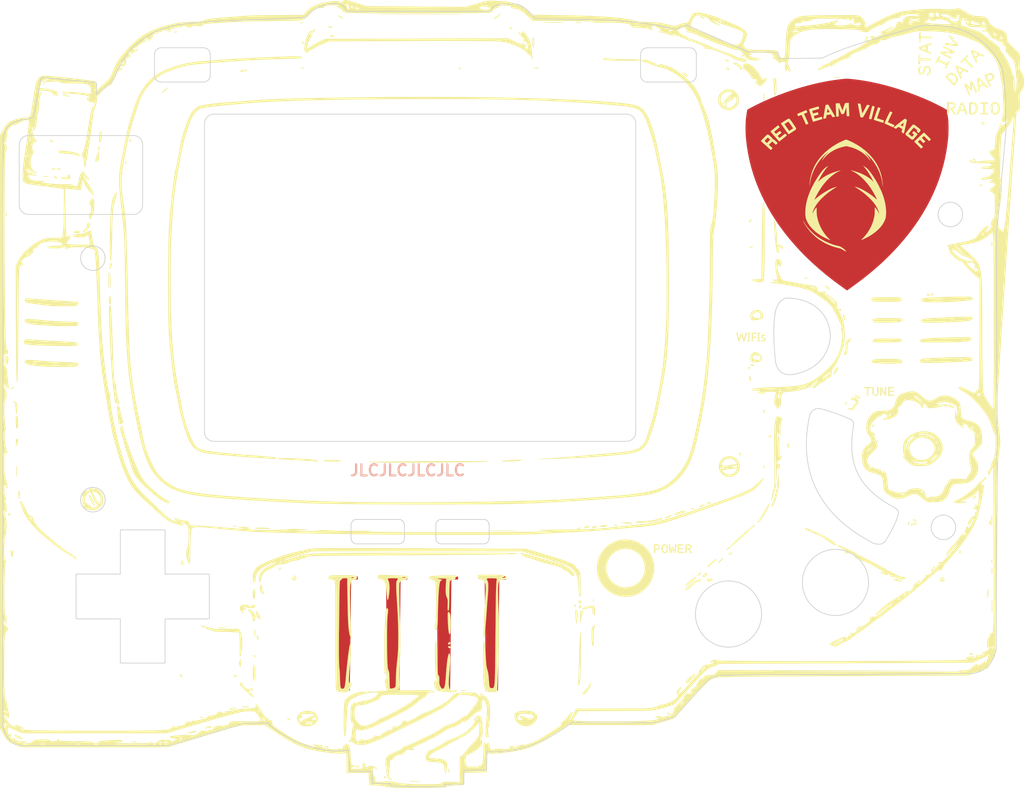
<source format=kicad_pcb>
(kicad_pcb (version 20211014) (generator pcbnew)
  (layers (0 "F.Cu" signal) (31 "B.Cu" signal) (34 "B.Paste" user) (35 "F.Paste" user) (36 "B.SilkS" user "B.Silkscreen") (37 "F.SilkS" user "F.Silkscreen") (38 "B.Mask" user) (39 "F.Mask" user) (44 "Edge.Cuts" user))
  (net 0 "")
  (footprint "LOGO" (layer "F.Cu") (at 112.231 113.121)
    (fp_text reference "G***" hide)
    (fp_text value "LOGO" hide)
  )
  (footprint "LOGO" (layer "F.Cu") (at 112.231 113.121)
    (fp_text reference "G***" hide)
    (fp_text value "LOGO" hide)
  )
  (footprint "LOGO" (layer "F.Cu") (at 112.231 113.121)
    (fp_text reference "G***" hide)
    (fp_text value "LOGO" hide)
  )
  (footprint "LOGO" (layer "F.Cu") (at 112.231 113.121)
    (fp_text reference "G***" hide)
    (fp_text value "LOGO" hide)
  )
  (footprint "LOGO" (layer "F.Cu") (at 112.231 113.121)
    (fp_text reference "G***" hide)
    (fp_text value "LOGO" hide)
  )
  (footprint "LOGO" (layer "F.Cu") (at 112.231 113.121)
    (fp_text reference "G***" hide)
    (fp_text value "LOGO" hide)
  )
  (footprint "LOGO" (layer "F.Cu") (at 112.231 113.121)
    (fp_text reference "G***" hide)
    (fp_text value "LOGO" hide)
    (fp_poly (pts (xy 18.118675 4.929766) (xy 18.378686 4.930386) (xy 18.631653 4.931331) (xy 18.87356 4.932566) (xy 19.100392 4.934053) (xy 19.308136 4.935758) (xy 19.492777 4.937644) (xy 19.6503 4.939676) (xy 19.776692 4.941818) (xy 19.867937 4.944033) (xy 19.912542 4.945812) (xy 20.150667 4.959213) (xy 20.150667 5.355167) (xy 19.265617 5.355167) (xy 19.253932 5.550958) (xy 19.252794 5.58723) (xy 19.251231 5.664212) (xy 19.249261 5.780282) (xy 19.246905 5.933819) (xy 19.244182 6.123202) (xy 19.241112 6.346809) (xy 19.237714 6.60302) (xy 19.234009 6.890213) (xy 19.230016 7.206766) (xy 19.225755 7.551058) (xy 19.221246 7.921469) (xy 19.216508 8.316376) (xy 19.21156 8.734159) (xy 19.206424 9.173196) (xy 19.201118 9.631866) (xy 19.195663 10.108548) (xy 19.190077 10.601619) (xy 19.184382 11.10946) (xy 19.178595 11.630448) (xy 19.172738 12.162963) (xy 19.16683 12.705383) (xy 19.166774 12.710583) (xy 19.160855 13.254293) (xy 19.154983 13.788685) (xy 19.149181 14.312108) (xy 19.143466 14.822908) (xy 19.13786 15.319434) (xy 19.132383 15.800031) (xy 19.127053 16.263048) (xy 19.121891 16.70683) (xy 19.116918 17.129727) (xy 19.112152 17.530084) (xy 19.107614 17.90625) (xy 19.103324 18.25657) (xy 19.099302 18.579393) (xy 19.095567 18.873066) (xy 19.09214 19.135936) (xy 19.089041 19.366349) (xy 19.086289 19.562654) (xy 19.083904 19.723198) (xy 19.081907 19.846327) (xy 19.080317 19.930389) (xy 19.079178 19.973151) (xy 19.067055 20.271886) (xy 18.566402 20.285703) (xy 18.401346 20.290468) (xy 18.228693 20.295819) (xy 18.060187 20.301367) (xy 17.907572 20.306722) (xy 17.782595 20.311494) (xy 17.757026 20.312552) (xy 17.448301 20.325584) (xy 17.435157 19.354417) (xy 17.433892 19.253188) (xy 17.432287 19.111594) (xy 17.430359 18.931601) (xy 17.428128 18.715176) (xy 17.42561 18.464285) (xy 17.422825 18.180895) (xy 17.419791 17.866972) (xy 17.416526 17.524483) (xy 17.413048 17.155394) (xy 17.409375 16.761671) (xy 17.405526 16.345282) (xy 17.401519 15.908193) (xy 17.397373 15.45237) (xy 17.393105 14.97978) (xy 17.388734 14.492389) (xy 17.384277 13.992163) (xy 17.379755 13.48107) (xy 17.375183 12.961076) (xy 17.370582 12.434147) (xy 17.366278 11.938) (xy 17.361756 11.417933) (xy 17.357278 10.908639) (xy 17.35286 10.411757) (xy 17.34852 9.928925) (xy 17.344272 9.461781) (xy 17.340133 9.011964) (xy 17.336119 8.581113) (xy 17.332246 8.170867) (xy 17.32853 7.782863) (xy 17.324987 7.418741) (xy 17.321634 7.080139) (xy 17.318487 6.768695) (xy 17.315561 6.486049) (xy 17.312873 6.233838) (xy 17.310439 6.013701) (xy 17.308275 5.827278) (xy 17.306397 5.676205) (xy 17.304821 5.562123) (xy 17.303564 5.486669) (xy 17.302641 5.451482) (xy 17.302457 5.449132) (xy 17.296139 5.433516) (xy 17.27991 5.419911) (xy 17.248342 5.406827) (xy 17.196006 5.392775) (xy 17.117473 5.376267) (xy 17.007315 5.355814) (xy 16.881019 5.333564) (xy 16.754802 5.311046) (xy 16.644152 5.290253) (xy 16.555346 5.272455) (xy 16.494663 5.258917) (xy 16.468381 5.250906) (xy 16.467786 5.250183) (xy 16.473603 5.225855) (xy 16.488892 5.171818) (xy 16.510599 5.0988) (xy 16.515419 5.082936) (xy 16.562933 4.927121) (xy 18.118675 4.929766)) (layer "F.Cu") (width 0.01) (fill solid))
    (fp_poly (pts (xy 4.635508 4.929766) (xy 4.89552 4.930386) (xy 5.148486 4.931331) (xy 5.390393 4.932566) (xy 5.617226 4.934053) (xy 5.82497 4.935758) (xy 6.00961 4.937644) (xy 6.167134 4.939676) (xy 6.293525 4.941818) (xy 6.38477 4.944033) (xy 6.429375 4.945812) (xy 6.6675 4.959213) (xy 6.6675 5.355167) (xy 5.782451 5.355167) (xy 5.770762 5.550958) (xy 5.769624 5.58723) (xy 5.76806 5.664212) (xy 5.76609 5.780282) (xy 5.763733 5.933819) (xy 5.761009 6.123202) (xy 5.757938 6.346809) (xy 5.754539 6.60302) (xy 5.750833 6.890213) (xy 5.746839 7.206766) (xy 5.742576 7.551058) (xy 5.738065 7.921469) (xy 5.733325 8.316376) (xy 5.728377 8.734159) (xy 5.723239 9.173196) (xy 5.717931 9.631866) (xy 5.712474 10.108547) (xy 5.706886 10.601619) (xy 5.701189 11.10946) (xy 5.695401 11.630448) (xy 5.689542 12.162963) (xy 5.683631 12.705383) (xy 5.683575 12.710583) (xy 5.677654 13.254292) (xy 5.671781 13.788685) (xy 5.665977 14.312108) (xy 5.660261 14.822908) (xy 5.654654 15.319434) (xy 5.649175 15.800031) (xy 5.643845 16.263047) (xy 5.638683 16.70683) (xy 5.633709 17.129727) (xy 5.628943 17.530084) (xy 5.624405 17.90625) (xy 5.620116 18.25657) (xy 5.616094 18.579393) (xy 5.61236 18.873066) (xy 5.608934 19.135936) (xy 5.605836 19.366349) (xy 5.603085 19.562654) (xy 5.600702 19.723198) (xy 5.598707 19.846327) (xy 5.597119 19.930389) (xy 5.595982 19.973151) (xy 5.583888 20.271886) (xy 5.083236 20.285703) (xy 4.918178 20.290468) (xy 4.745522 20.295819) (xy 4.577013 20.301368) (xy 4.424394 20.306723) (xy 4.299412 20.311495) (xy 4.273844 20.312552) (xy 3.965105 20.325585) (xy 3.951869 19.354417) (xy 3.950598 19.253189) (xy 3.948986 19.111595) (xy 3.947054 18.931602) (xy 3.944817 18.715176) (xy 3.942296 18.464285) (xy 3.939508 18.180895) (xy 3.936472 17.866972) (xy 3.933206 17.524483) (xy 3.929727 17.155394) (xy 3.926055 16.761671) (xy 3.922207 16.345282) (xy 3.918202 15.908193) (xy 3.914059 15.45237) (xy 3.909794 14.979779) (xy 3.905428 14.492388) (xy 3.900977 13.992163) (xy 3.89646 13.48107) (xy 3.891895 12.961075) (xy 3.887302 12.434146) (xy 3.883005 11.938) (xy 3.878492 11.417933) (xy 3.874022 10.908639) (xy 3.869613 10.411757) (xy 3.86528 9.928924) (xy 3.86104 9.461781) (xy 3.856908 9.011964) (xy 3.852901 8.581113) (xy 3.849035 8.170867) (xy 3.845325 7.782863) (xy 3.841789 7.418741) (xy 3.838441 7.080139) (xy 3.835299 6.768695) (xy 3.832378 6.486048) (xy 3.829694 6.233838) (xy 3.827263 6.013701) (xy 3.825102 5.827277) (xy 3.823227 5.676205) (xy 3.821653 5.562123) (xy 3.820396 5.486669) (xy 3.819474 5.451482) (xy 3.819291 5.449132) (xy 3.812972 5.433516) (xy 3.796743 5.419911) (xy 3.765175 5.406827) (xy 3.712839 5.392775) (xy 3.634307 5.376267) (xy 3.524148 5.355814) (xy 3.397852 5.333564) (xy 3.271635 5.311046) (xy 3.160985 5.290253) (xy 3.072179 5.272455) (xy 3.011497 5.258917) (xy 2.985215 5.250906) (xy 2.984619 5.250183) (xy 2.990436 5.225855) (xy 3.005725 5.171818) (xy 3.027432 5.0988) (xy 3.032253 5.082936) (xy 3.079766 4.927121) (xy 4.635508 4.929766)) (layer "F.Cu") (width 0.01) (fill solid))
    (fp_poly (pts (xy 72.555405 -61.990719) (xy 72.647955 -61.986774) (xy 72.743677 -61.979909) (xy 72.765708 -61.978039) (xy 73.703515 -61.878631) (xy 74.658996 -61.741868) (xy 75.630649 -61.568134) (xy 76.61697 -61.357813) (xy 77.616458 -61.11129) (xy 78.627608 -60.82895) (xy 79.648919 -60.511178) (xy 80.678888 -60.158357) (xy 81.716012 -59.770874) (xy 82.306583 -59.535952) (xy 82.778428 -59.341193) (xy 83.21815 -59.15323) (xy 83.634529 -58.96795) (xy 84.036346 -58.781237) (xy 84.43238 -58.588977) (xy 84.831413 -58.387056) (xy 85.242223 -58.171358) (xy 85.405626 -58.08364) (xy 85.534629 -58.013884) (xy 85.65081 -57.95084) (xy 85.749129 -57.897262) (xy 85.824547 -57.8559) (xy 85.872027 -57.829509) (xy 85.88666 -57.820895) (xy 85.892351 -57.797821) (xy 85.902738 -57.738634) (xy 85.916993 -57.649195) (xy 85.934287 -57.535362) (xy 85.953789 -57.402995) (xy 85.97467 -57.257952) (xy 85.996101 -57.106093) (xy 86.017253 -56.953277) (xy 86.037296 -56.805362) (xy 86.0554 -56.66821) (xy 86.070737 -56.547677) (xy 86.082477 -56.449624) (xy 86.088001 -56.398583) (xy 86.096643 -56.284523) (xy 86.103655 -56.135147) (xy 86.109036 -55.957441) (xy 86.112785 -55.75839) (xy 86.114902 -55.544982) (xy 86.115387 -55.324201) (xy 86.114238 -55.103033) (xy 86.111456 -54.888466) (xy 86.10704 -54.687483) (xy 86.100988 -54.507073) (xy 86.093301 -54.354219) (xy 86.088173 -54.281917) (xy 85.987011 -53.297864) (xy 85.84462 -52.323073) (xy 85.660973 -51.357449) (xy 85.43604 -50.400898) (xy 85.169792 -49.453325) (xy 84.8622 -48.514636) (xy 84.513236 -47.584738) (xy 84.122871 -46.663535) (xy 83.691075 -45.750933) (xy 83.21782 -44.846839) (xy 83.172101 -44.763913) (xy 82.662364 -43.884905) (xy 82.112018 -43.015384) (xy 81.521918 -42.156305) (xy 80.892917 -41.308619) (xy 80.225872 -40.473279) (xy 79.521637 -39.651239) (xy 78.781066 -38.843451) (xy 78.005014 -38.050868) (xy 77.194336 -37.274443) (xy 76.349888 -36.515129) (xy 75.472522 -35.773878) (xy 74.563095 -35.051644) (xy 74.236629 -34.802966) (xy 74.148989 -34.737329) (xy 74.039965 -34.656318) (xy 73.913531 -34.562834) (xy 73.77366 -34.459779) (xy 73.624326 -34.350053) (xy 73.469504 -34.236558) (xy 73.313167 -34.122195) (xy 73.15929 -34.009864) (xy 73.011846 -33.902468) (xy 72.87481 -33.802908) (xy 72.752155 -33.714083) (xy 72.647856 -33.638896) (xy 72.565885 -33.580248) (xy 72.510218 -33.541039) (xy 72.48525 -33.524401) (xy 72.463879 -33.533715) (xy 72.412363 -33.565433) (xy 72.334644 -33.616859) (xy 72.234665 -33.685293) (xy 72.116367 -33.768037) (xy 71.983692 -33.862393) (xy 71.840583 -33.965662) (xy 71.839667 -33.966328) (xy 71.5292 -34.192482) (xy 71.249003 -34.397814) (xy 70.99462 -34.585716) (xy 70.761596 -34.759581) (xy 70.545478 -34.922802) (xy 70.341811 -35.078772) (xy 70.146139 -35.230884) (xy 69.954009 -35.382529) (xy 69.760965 -35.537102) (xy 69.562554 -35.697995) (xy 69.514057 -35.737587) (xy 68.614305 -36.495406) (xy 67.754513 -37.265534) (xy 66.933881 -38.04884) (xy 66.151613 -38.846187) (xy 65.40691 -39.658444) (xy 64.698975 -40.486475) (xy 64.027009 -41.331146) (xy 63.390214 -42.193325) (xy 62.871619 -42.947167) (xy 62.337153 -43.784596) (xy 61.837224 -44.63773) (xy 61.372819 -45.504345) (xy 60.944925 -46.382213) (xy 60.554529 -47.269109) (xy 60.202618 -48.162807) (xy 59.890179 -49.061082) (xy 59.6182 -49.961706) (xy 59.417392 -50.7365) (xy 59.261417 -51.43649) (xy 59.125979 -52.144545) (xy 59.012659 -52.850726) (xy 58.923038 -53.545091) (xy 58.858697 -54.217701) (xy 58.854152 -54.27748) (xy 58.838226 -54.539483) (xy 58.827416 -54.821959) (xy 58.821622 -55.117048) (xy 58.820742 -55.416892) (xy 58.824674 -55.713631) (xy 58.833316 -55.999405) (xy 58.846566 -56.266356) (xy 58.864322 -56.506623) (xy 58.885594 -56.7055) (xy 58.909694 -56.887322) (xy 58.934632 -57.066436) (xy 58.959602 -57.237801) (xy 58.9838 -57.396376) (xy 59.006419 -57.537117) (xy 59.026655 -57.654985) (xy 59.043701 -57.744936) (xy 59.056752 -57.801928) (xy 59.063708 -57.820334) (xy 59.098253 -57.846414) (xy 59.167099 -57.888752) (xy 59.266346 -57.945361) (xy 59.392097 -58.014256) (xy 59.54045 -58.093449) (xy 59.707508 -58.180954) (xy 59.889371 -58.274785) (xy 60.08214 -58.372954) (xy 60.281915 -58.473476) (xy 60.484799 -58.574364) (xy 60.68689 -58.673631) (xy 60.884291 -58.76929) (xy 61.073103 -58.859355) (xy 61.249425 -58.94184) (xy 61.398579 -59.009917) (xy 62.310672 -59.405704) (xy 63.233248 -59.777927) (xy 64.162759 -60.125568) (xy 65.095656 -60.447611) (xy 66.028392 -60.743038) (xy 66.957417 -61.010834) (xy 67.879184 -61.24998) (xy 68.790144 -61.459461) (xy 69.686749 -61.63826) (xy 70.56545 -61.785359) (xy 71.4227 -61.899741) (xy 71.522167 -61.911021) (xy 71.750585 -61.936034) (xy 71.942657 -61.955998) (xy 72.104026 -61.971216) (xy 72.24034 -61.981993) (xy 72.357244 -61.988633) (xy 72.460384 -61.99144) (xy 72.555405 -61.990719)) (layer "F.Cu") (width 0.01) (fill solid))
    (fp_poly (pts (xy 11.223593 4.925994) (xy 11.480255 4.926992) (xy 11.731699 4.928313) (xy 11.973569 4.929911) (xy 12.201504 4.931743) (xy 12.411149 4.933765) (xy 12.598143 4.935932) (xy 12.75813 4.938202) (xy 12.886751 4.940529) (xy 12.979647 4.94287) (xy 13.012208 4.94407) (xy 13.313833 4.957401) (xy 13.313833 5.355167) (xy 12.429592 5.355167) (xy 12.416629 5.868458) (xy 12.415351 5.930854) (xy 12.413629 6.033811) (xy 12.411485 6.17556) (xy 12.40894 6.354331) (xy 12.406016 6.568354) (xy 12.402735 6.815861) (xy 12.399119 7.09508) (xy 12.395188 7.404244) (xy 12.390966 7.741582) (xy 12.386473 8.105324) (xy 12.381731 8.493702) (xy 12.376762 8.904945) (xy 12.371587 9.337284) (xy 12.366229 9.78895) (xy 12.360709 10.258173) (xy 12.355048 10.743183) (xy 12.349268 11.24221) (xy 12.343391 11.753486) (xy 12.337439 12.275241) (xy 12.331433 12.805705) (xy 12.329048 13.0175) (xy 12.323074 13.548409) (xy 12.317195 14.070092) (xy 12.311432 14.580847) (xy 12.305803 15.078975) (xy 12.300329 15.562774) (xy 12.295027 16.030545) (xy 12.289919 16.480586) (xy 12.285022 16.911197) (xy 12.280358 17.320678) (xy 12.275945 17.707328) (xy 12.271802 18.069447) (xy 12.267949 18.405334) (xy 12.264406 18.713288) (xy 12.261192 18.99161) (xy 12.258327 19.238598) (xy 12.255829 19.452553) (xy 12.253718 19.631773) (xy 12.252014 19.774558) (xy 12.250736 19.879207) (xy 12.249904 19.944021) (xy 12.249674 19.960167) (xy 12.244917 20.267083) (xy 11.885083 20.28016) (xy 11.745818 20.2851) (xy 11.578642 20.290838) (xy 11.397956 20.296892) (xy 11.218165 20.302778) (xy 11.064875 20.307663) (xy 10.6045 20.32209) (xy 10.604302 19.966503) (xy 10.604085 19.916933) (xy 10.603476 19.826749) (xy 10.602491 19.697666) (xy 10.601146 19.531402) (xy 10.599455 19.329674) (xy 10.597435 19.094198) (xy 10.595101 18.826691) (xy 10.592469 18.528869) (xy 10.589554 18.20245) (xy 10.586371 17.849149) (xy 10.582937 17.470685) (xy 10.579267 17.068772) (xy 10.575376 16.645129) (xy 10.571279 16.201472) (xy 10.566994 15.739517) (xy 10.562534 15.260982) (xy 10.557916 14.767582) (xy 10.553155 14.261035) (xy 10.548266 13.743058) (xy 10.543266 13.215366) (xy 10.540983 12.975167) (xy 10.535928 12.442323) (xy 10.530979 11.917769) (xy 10.52615 11.40326) (xy 10.521458 10.900549) (xy 10.516918 10.411389) (xy 10.512547 9.937535) (xy 10.508358 9.480739) (xy 10.504369 9.042756) (xy 10.500595 8.625338) (xy 10.497051 8.23024) (xy 10.493753 7.859215) (xy 10.490716 7.514017) (xy 10.487957 7.196399) (xy 10.485491 6.908116) (xy 10.483334 6.650919) (xy 10.481501 6.426564) (xy 10.480007 6.236804) (xy 10.478869 6.083392) (xy 10.478102 5.968083) (xy 10.477722 5.892628) (xy 10.477681 5.873552) (xy 10.4775 5.407687) (xy 10.059458 5.335952) (xy 9.931895 5.313833) (xy 9.819288 5.29387) (xy 9.72803 5.277232) (xy 9.664515 5.26509) (xy 9.635134 5.258611) (xy 9.63394 5.258117) (xy 9.636698 5.236718) (xy 9.65058 5.185089) (xy 9.672872 5.113007) (xy 9.681533 5.086634) (xy 9.736603 4.92125) (xy 11.223593 4.925994)) (layer "F.Cu") (width 0.01) (fill solid))
    (fp_poly (pts (xy 24.485219 4.925987) (xy 24.741712 4.926991) (xy 24.993593 4.928321) (xy 25.236404 4.929933) (xy 25.465688 4.931782) (xy 25.676988 4.933823) (xy 25.865846 4.936011) (xy 26.027806 4.9383) (xy 26.15841 4.940647) (xy 26.253201 4.943007) (xy 26.283708 4.94409) (xy 26.6065 4.957457) (xy 26.6065 5.355167) (xy 25.696333 5.355167) (xy 25.696165 5.434542) (xy 25.695904 5.461602) (xy 25.695158 5.529424) (xy 25.693945 5.636438) (xy 25.692285 5.781077) (xy 25.690195 5.96177) (xy 25.687695 6.176948) (xy 25.684801 6.425044) (xy 25.681534 6.704488) (xy 25.677911 7.013711) (xy 25.673951 7.351144) (xy 25.669673 7.715219) (xy 25.665094 8.104367) (xy 25.660233 8.517018) (xy 25.655109 8.951603) (xy 25.649739 9.406555) (xy 25.644144 9.880303) (xy 25.63834 10.37128) (xy 25.632346 10.877915) (xy 25.626181 11.398641) (xy 25.619864 11.931889) (xy 25.613412 12.476089) (xy 25.611635 12.625917) (xy 25.605131 13.17498) (xy 25.598757 13.714535) (xy 25.592532 14.242957) (xy 25.586475 14.758624) (xy 25.580604 15.259909) (xy 25.574937 15.745191) (xy 25.569494 16.212843) (xy 25.564293 16.661243) (xy 25.559352 17.088766) (xy 25.55469 17.493788) (xy 25.550326 17.874686) (xy 25.546278 18.229834) (xy 25.542565 18.557609) (xy 25.539206 18.856387) (xy 25.536218 19.124544) (xy 25.533622 19.360455) (xy 25.531434 19.562497) (xy 25.529675 19.729045) (xy 25.528362 19.858476) (xy 25.527514 19.949166) (xy 25.527149 19.999489) (xy 25.527136 20.00477) (xy 25.527 20.271623) (xy 25.013708 20.285506) (xy 24.847035 20.290232) (xy 24.672974 20.295551) (xy 24.503026 20.301083) (xy 24.348695 20.306451) (xy 24.221481 20.311277) (xy 24.188208 20.312652) (xy 23.876 20.325915) (xy 23.875802 19.693249) (xy 23.875583 19.621098) (xy 23.874968 19.508425) (xy 23.873974 19.357041) (xy 23.872617 19.168757) (xy 23.870911 18.945381) (xy 23.868873 18.688726) (xy 23.866519 18.4006) (xy 23.863864 18.082814) (xy 23.860924 17.737178) (xy 23.857714 17.365503) (xy 23.854252 16.969598) (xy 23.850552 16.551273) (xy 23.84663 16.11234) (xy 23.842501 15.654607) (xy 23.838183 15.179886) (xy 23.83369 14.689986) (xy 23.829038 14.186717) (xy 23.824243 13.67189) (xy 23.819321 13.147316) (xy 23.814288 12.614803) (xy 23.812483 12.424833) (xy 23.807451 11.895314) (xy 23.802524 11.375697) (xy 23.797716 10.867645) (xy 23.793044 10.37282) (xy 23.788522 9.892885) (xy 23.784166 9.429503) (xy 23.779991 8.984334) (xy 23.776013 8.559043) (xy 23.772248 8.155292) (xy 23.76871 7.774742) (xy 23.765415 7.419056) (xy 23.762378 7.089898) (xy 23.759616 6.788928) (xy 23.757142 6.51781) (xy 23.754974 6.278206) (xy 23.753125 6.071779) (xy 23.751612 5.900191) (xy 23.75045 5.765104) (xy 23.749654 5.66818) (xy 23.74924 5.611083) (xy 23.749181 5.597881) (xy 23.749 5.40668) (xy 23.335219 5.334901) (xy 23.208431 5.312372) (xy 23.096738 5.291504) (xy 23.00654 5.273578) (xy 22.944239 5.259873) (xy 22.916237 5.25167) (xy 22.915358 5.250936) (xy 22.918435 5.226387) (xy 22.932048 5.172217) (xy 22.95347 5.099005) (xy 22.9594 5.08) (xy 23.009522 4.92125) (xy 24.485219 4.925987)) (layer "F.Cu") (width 0.01) (fill solid))
  )
  (gr_line (start 81.6274 75.2648) (end 81.6354 75.1017) (layer "Edge.Cuts") (width 0.1))
  (gr_line (start 177.815 90.8287) (end 177.442 90.894) (layer "Edge.Cuts") (width 0.1))
  (gr_line (start 86.9628 129.579) (end 86.9738 129.634) (layer "Edge.Cuts") (width 0.1))
  (gr_line (start 165.613 119.973) (end 165.939 119.677) (layer "Edge.Cuts") (width 0.1))
  (gr_line (start 196.386 112.5097) (end 196.289 112.3794) (layer "Edge.Cuts") (width 0.1))
  (gr_line (start 200.214 69.0553) (end 200.239 69.2191) (layer "Edge.Cuts") (width 0.1))
  (gr_line (start 165.069 125.608) (end 164.846 125.241) (layer "Edge.Cuts") (width 0.1))
  (gr_line (start 71.4663 139.128) (end 71.6532 139.546) (layer "Edge.Cuts") (width 0.1))
  (gr_line (start 84.856 75.7447) (end 84.8018 75.8962) (layer "Edge.Cuts") (width 0.1))
  (gr_line (start 73.3674 68.1011) (end 73.3674 60.0434) (layer "Edge.Cuts") (width 0.1))
  (gr_line (start 137.265 41.3968) (end 137.164 41.4758) (layer "Edge.Cuts") (width 0.1))
  (gr_line (start 161.562 136.896) (end 165.857 132.167) (layer "Edge.Cuts") (width 0.1))
  (gr_line (start 197.321 70.4335) (end 197.224 70.3032) (layer "Edge.Cuts") (width 0.1))
  (gr_line (start 116.464 41.0969) (end 116.298 41.0546) (layer "Edge.Cuts") (width 0.1))
  (gr_line (start 157.667 46.9766) (end 157.853 46.958) (layer "Edge.Cuts") (width 0.1))
  (gr_line (start 88.7922 69.3729) (end 74.5439 69.3729) (layer "Edge.Cuts") (width 0.1))
  (gr_line (start 167.259 131.465) (end 167.598 131.408) (layer "Edge.Cuts") (width 0.1))
  (gr_line (start 199.97 70.3032) (end 199.873 70.4335) (layer "Edge.Cuts") (width 0.1))
  (gr_line (start 123.321 146.295) (end 130.632 146.353) (layer "Edge.Cuts") (width 0.1))
  (gr_line (start 155.042 99.8925) (end 99.5271 99.8925) (layer "Edge.Cuts") (width 0.1))
  (gr_line (start 91.5761 47.6922) (end 91.6296 47.5193) (layer "Edge.Cuts") (width 0.1))
  (gr_line (start 189.588 107.9145) (end 189.164 107.6196) (layer "Edge.Cuts") (width 0.1))
  (gr_line (start 181.845 114.612) (end 182.267 114.506) (layer "Edge.Cuts") (width 0.1))
  (gr_line (start 197.825 113.1059) (end 197.662 113.114) (layer "Edge.Cuts") (width 0.1))
  (gr_line (start 197.966 70.9122) (end 197.82 70.8434) (layer "Edge.Cuts") (width 0.1))
  (gr_line (start 181.819 83.3106) (end 181.97 83.6084) (layer "Edge.Cuts") (width 0.1))
  (gr_line (start 81.1528 123.769) (end 86.9628 123.769) (layer "Edge.Cuts") (width 0.1))
  (gr_line (start 177.442 90.894) (end 177.127 90.9283) (layer "Edge.Cuts") (width 0.1))
  (gr_line (start 72.2227 140.263) (end 72.4233 140.407) (layer "Edge.Cuts") (width 0.1))
  (gr_line (start 200.239 69.2191) (end 200.247 69.3878) (layer "Edge.Cuts") (width 0.1))
  (gr_line (start 188.259 113.609) (end 188.572 113.693) (layer "Edge.Cuts") (width 0.1))
  (gr_line (start 92.8431 111.7974) (end 87.1034 111.7974) (layer "Edge.Cuts") (width 0.1))
  (gr_line (start 86.9738 129.634) (end 87.0039 129.678) (layer "Edge.Cuts") (width 0.1))
  (gr_line (start 90.1015 45.7402) (end 89.5432 46.162) (layer "Edge.Cuts") (width 0.1))
  (gr_line (start 182.852 47.6854) (end 182.107 48.0081) (layer "Edge.Cuts") (width 0.1))
  (gr_line (start 198.439 110.0084) (end 198.578 110.0912) (layer "Edge.Cuts") (width 0.1))
  (gr_line (start 200.889 44.88) (end 200.512 44.711) (layer "Edge.Cuts") (width 0.1))
  (gr_line (start 81.753 75.8962) (end 81.6987 75.7447) (layer "Edge.Cuts") (width 0.1))
  (gr_line (start 137.164 41.4758) (end 137.081 41.5615) (layer "Edge.Cuts") (width 0.1))
  (gr_line (start 155.922 56.2556) (end 156.073 56.4393) (layer "Edge.Cuts") (width 0.1))
  (gr_line (start 202.278 130.95) (end 202.57 130.846) (layer "Edge.Cuts") (width 0.1))
  (gr_line (start 84.8018 108.3729) (end 84.733 108.5184) (layer "Edge.Cuts") (width 0.1))
  (gr_line (start 180.849 82.0983) (end 181.067 82.3057) (layer "Edge.Cuts") (width 0.1))
  (gr_line (start 181.061 89.089) (end 180.842 89.3078) (layer "Edge.Cuts") (width 0.1))
  (gr_line (start 177.911 80.7278) (end 178.392 80.8333) (layer "Edge.Cuts") (width 0.1))
  (gr_line (start 81.6987 108.2213) (end 81.6594 108.0648) (layer "Edge.Cuts") (width 0.1))
  (gr_line (start 179.726 104.1227) (end 179.923 104.7695) (layer "Edge.Cuts") (width 0.1))
  (gr_line (start 182.22 84.2638) (end 182.316 84.6225) (layer "Edge.Cuts") (width 0.1))
  (gr_line (start 71.6532 139.546) (end 71.7666 139.742) (layer "Edge.Cuts") (width 0.1))
  (gr_line (start 117.713 141.471) (end 117.838 144.263) (layer "Edge.Cuts") (width 0.1))
  (gr_line (start 175.075 82.4131) (end 175.16 82.1097) (layer "Edge.Cuts") (width 0.1))
  (gr_line (start 185.82 103.4555) (end 185.705 103.1075) (layer "Edge.Cuts") (width 0.1))
  (gr_line (start 142.665 140.62) (end 143.357 140.327) (layer "Edge.Cuts") (width 0.1))
  (gr_line (start 98.8931 117.789) (end 98.8484 117.759) (layer "Edge.Cuts") (width 0.1))
  (gr_line (start 175.082 89.2104) (end 174.991 88.2527) (layer "Edge.Cuts") (width 0.1))
  (gr_line (start 160.058 137.424) (end 160.799 137.184) (layer "Edge.Cuts") (width 0.1))
  (gr_line (start 190.355 112.4716) (end 190.853 111.566) (layer "Edge.Cuts") (width 0.1))
  (gr_line (start 183.647 110.4271) (end 184.084 110.821) (layer "Edge.Cuts") (width 0.1))
  (gr_line (start 185.96 115.428) (end 186.287 115.723) (layer "Edge.Cuts") (width 0.1))
  (gr_line (start 200.987 131.156) (end 201.326 131.134) (layer "Edge.Cuts") (width 0.1))
  (gr_line (start 183.595 47.3833) (end 182.852 47.6854) (layer "Edge.Cuts") (width 0.1))
  (gr_line (start 146.579 138.508) (end 147.791 137.671) (layer "Edge.Cuts") (width 0.1))
  (gr_line (start 175.026 82.6606) (end 175.075 82.4131) (layer "Edge.Cuts") (width 0.1))
  (gr_line (start 74.715 56.4681) (end 74.1238 56.5756) (layer "Edge.Cuts") (width 0.1))
  (gr_line (start 200.176 69.8677) (end 200.121 70.0192) (layer "Edge.Cuts") (width 0.1))
  (gr_line (start 81.9046 106.826) (end 82.001 106.6957) (layer "Edge.Cuts") (width 0.1))
  (gr_line (start 125.121 113.175) (end 125.059 113.315) (layer "Edge.Cuts") (width 0.1))
  (gr_line (start 76.3591 51.0905) (end 76.3064 51.1556) (layer "Edge.Cuts") (width 0.1))
  (gr_line (start 137.924 41.1585) (end 137.713 41.2053) (layer "Edge.Cuts") (width 0.1))
  (gr_line (start 114.85 141.458) (end 115.247 141.491) (layer "Edge.Cuts") (width 0.1))
  (gr_line (start 83.2774 106.0914) (end 83.4404 106.0995) (layer "Edge.Cuts") (width 0.1))
  (gr_line (start 175.466 81.4372) (end 175.577 81.274) (layer "Edge.Cuts") (width 0.1))
  (gr_line (start 136.275 113.538) (end 136.161 113.614) (layer "Edge.Cuts") (width 0.1))
  (gr_line (start 157.005 47.5193) (end 157.089 47.363) (layer "Edge.Cuts") (width 0.1))
  (gr_line (start 181.468 88.5979) (end 181.27 88.8526) (layer "Edge.Cuts") (width 0.1))
  (gr_line (start 172.861 124.852) (end 172.673 125.241) (layer "Edge.Cuts") (width 0.1))
  (gr_line (start 179.437 116.401) (end 179.697 116.05) (layer "Edge.Cuts") (width 0.1))
  (gr_line (start 163.873 47.0301) (end 164.03 47.1147) (layer "Edge.Cuts") (width 0.1))
  (gr_line (start 165.939 119.677) (end 166.29 119.417) (layer "Edge.Cuts") (width 0.1))
  (gr_line (start 81.0123 117.889) (end 81.0123 123.628) (layer "Edge.Cuts") (width 0.1))
  (gr_line (start 155.527 99.7951) (end 155.293 99.8673) (layer "Edge.Cuts") (width 0.1))
  (gr_line (start 156.187 99.1346) (end 156.073 99.3456) (layer "Edge.Cuts") (width 0.1))
  (gr_line (start 164.435 47.8781) (end 164.435 50.6569) (layer "Edge.Cuts") (width 0.1))
  (gr_line (start 173.21 123.12) (end 173.21 123.12) (layer "Edge.Cuts") (width 0.1))
  (gr_line (start 183.203 96.1409) (end 182.217 95.8149) (layer "Edge.Cuts") (width 0.1))
  (gr_line (start 117.004 41.3971) (end 116.888 41.3023) (layer "Edge.Cuts") (width 0.1))
  (gr_line (start 86.9738 111.8832) (end 86.9628 111.938) (layer "Edge.Cuts") (width 0.1))
  (gr_line (start 74.1238 56.5756) (end 73.5347 56.6886) (layer "Edge.Cuts") (width 0.1))
  (gr_line (start 86.9628 123.769) (end 86.9628 129.579) (layer "Edge.Cuts") (width 0.1))
  (gr_line (start 136.376 110.6415) (end 136.459 110.7637) (layer "Edge.Cuts") (width 0.1))
  (gr_line (start 81.0534 123.728) (end 81.098 123.758) (layer "Edge.Cuts") (width 0.1))
  (gr_line (start 113.509 141.236) (end 113.986 141.334) (layer "Edge.Cuts") (width 0.1))
  (gr_line (start 111.8575 140.761) (end 112.449 140.953) (layer "Edge.Cuts") (width 0.1))
  (gr_line (start 116.298 41.0546) (end 115.928 41.0088) (layer "Edge.Cuts") (width 0.1))
  (gr_line (start 181.358 48.3537) (end 175.628 48.4229) (layer "Edge.Cuts") (width 0.1))
  (gr_line (start 73.3913 59.7865) (end 73.4596 59.5475) (layer "Edge.Cuts") (width 0.1))
  (gr_line (start 180.454 95.5365) (end 180.268 95.628) (layer "Edge.Cuts") (width 0.1))
  (gr_line (start 179.702 96.2548) (end 179.702 96.2548) (layer "Edge.Cuts") (width 0.1))
  (gr_line (start 99.0426 55.9898) (end 99.2761 55.9176) (layer "Edge.Cuts") (width 0.1))
  (gr_line (start 202.011 45.5275) (end 201.637 45.2868) (layer "Edge.Cuts") (width 0.1))
  (gr_line (start 175.862 90.6072) (end 175.739 90.5129) (layer "Edge.Cuts") (width 0.1))
  (gr_line (start 87.1034 129.719) (end 92.8431 129.719) (layer "Edge.Cuts") (width 0.1))
  (gr_line (start 83.7572 73.6861) (end 83.9088 73.7404) (layer "Edge.Cuts") (width 0.1))
  (gr_line (start 82.6459 109.2658) (end 82.5004 109.197) (layer "Edge.Cuts") (width 0.1))
  (gr_line (start 185.106 96.9004) (end 184.164 96.506) (layer "Edge.Cuts") (width 0.1))
  (gr_line (start 117.197 41.6264) (end 117.107 41.5051) (layer "Edge.Cuts") (width 0.1))
  (gr_line (start 186.103 104.1389) (end 185.952 103.7992) (layer "Edge.Cuts") (width 0.1))
  (gr_line (start 83.7525 51.978) (end 83.748 51.8891) (layer "Edge.Cuts") (width 0.1))
  (gr_line (start 89.9448 59.7865) (end 89.9686 60.0434) (layer "Edge.Cuts") (width 0.1))
  (gr_line (start 84.9274 75.2648) (end 84.9193 75.4279) (layer "Edge.Cuts") (width 0.1))
  (gr_line (start 83.7572 106.1628) (end 83.9088 106.217) (layer "Edge.Cuts") (width 0.1))
  (gr_line (start 204.708 48.1211) (end 204.383 47.6911) (layer "Edge.Cuts") (width 0.1))
  (gr_line (start 83.9088 73.7404) (end 84.0543 73.8092) (layer "Edge.Cuts") (width 0.1))
  (gr_line (start 157.005 51.0158) (end 156.951 50.8428) (layer "Edge.Cuts") (width 0.1))
  (gr_line (start 187.569 118.431) (end 187.59 118.871) (layer "Edge.Cuts") (width 0.1))
  (gr_line (start 164.03 51.4203) (end 163.873 51.505) (layer "Edge.Cuts") (width 0.1))
  (gr_line (start 89.6248 69.0012) (end 89.4508 69.1562) (layer "Edge.Cuts") (width 0.1))
  (gr_line (start 91.9625 51.4203) (end 91.8264 51.3081) (layer "Edge.Cuts") (width 0.1))
  (gr_line (start 199.374 70.8434) (end 199.228 70.9122) (layer "Edge.Cuts") (width 0.1))
  (gr_line (start 199.312 111.464) (end 199.312 111.464) (layer "Edge.Cuts") (width 0.1))
  (gr_line (start 198.428 67.7463) (end 198.597 67.7378) (layer "Edge.Cuts") (width 0.1))
  (gr_line (start 164.363 51.0158) (end 164.278 51.1721) (layer "Edge.Cuts") (width 0.1))
  (gr_line (start 191.45 110.1973) (end 191.59 109.7371) (layer "Edge.Cuts") (width 0.1))
  (gr_line (start 92.9426 111.8385) (end 92.8979 111.8085) (layer "Edge.Cuts") (width 0.1))
  (gr_line (start 197.82 70.8434) (end 197.682 70.7606) (layer "Edge.Cuts") (width 0.1))
  (gr_line (start 178.891 80.982) (end 179.398 81.1784) (layer "Edge.Cuts") (width 0.1))
  (gr_line (start 133.167 144.178) (end 136.208 144.096) (layer "Edge.Cuts") (width 0.1))
  (gr_line (start 155.042 55.8925) (end 155.293 55.9176) (layer "Edge.Cuts") (width 0.1))
  (gr_line (start 174.876 84.1689) (end 174.926 83.479) (layer "Edge.Cuts") (width 0.1))
  (gr_line (start 156.187 56.6504) (end 156.26 56.8839) (layer "Edge.Cuts") (width 0.1))
  (gr_line (start 87.0486 111.8085) (end 87.0039 111.8385) (layer "Edge.Cuts") (width 0.1))
  (gr_line (start 164.833 121.024) (end 165.057 120.651) (layer "Edge.Cuts") (width 0.1))
  (gr_line (start 112.449 140.953) (end 112.999 141.11) (layer "Edge.Cuts") (width 0.1))
  (gr_line (start 181.311 107.6583) (end 181.657 108.1704) (layer "Edge.Cuts") (width 0.1))
  (gr_line (start 118.672 110.4002) (end 124.498 110.4002) (layer "Edge.Cuts") (width 0.1))
  (gr_line (start 144.031 140.006) (end 144.688 139.661) (layer "Edge.Cuts") (width 0.1))
  (gr_line (start 84.9274 107.7414) (end 84.9193 107.9045) (layer "Edge.Cuts") (width 0.1))
  (gr_line (start 167.465 118.862) (end 167.887 118.755) (layer "Edge.Cuts") (width 0.1))
  (gr_line (start 97.4167 43.5514) (end 96.2361 43.6577) (layer "Edge.Cuts") (width 0.1))
  (gr_line (start 124.634 113.662) (end 124.498 113.679) (layer "Edge.Cuts") (width 0.1))
  (gr_line (start 108.8812 139.344) (end 109.4076 139.652) (layer "Edge.Cuts") (width 0.1))
  (gr_line (start 185.578 97.6186) (end 185.576 97.489) (layer "Edge.Cuts") (width 0.1))
  (gr_line (start 117.339 41.9092) (end 117.275 41.7611) (layer "Edge.Cuts") (width 0.1))
  (gr_line (start 84.5537 108.7871) (end 84.4441 108.9082) (layer "Edge.Cuts") (width 0.1))
  (gr_line (start 164.331 122.68) (end 164.395 122.248) (layer "Edge.Cuts") (width 0.1))
  (gr_line (start 166.089 131.958) (end 166.348 131.788) (layer "Edge.Cuts") (width 0.1))
  (gr_line (start 181.274 82.5301) (end 181.469 82.772) (layer "Edge.Cuts") (width 0.1))
  (gr_line (start 84.1928 73.892) (end 84.3231 73.9885) (layer "Edge.Cuts") (width 0.1))
  (gr_line (start 194.922 43.9888) (end 194.574 44.0394) (layer "Edge.Cuts") (width 0.1))
  (gr_line (start 186.583 116.05) (end 186.843 116.401) (layer "Edge.Cuts") (width 0.1))
  (gr_line (start 185.576 97.489) (end 185.553 97.3678) (layer "Edge.Cuts") (width 0.1))
  (gr_line (start 81.098 117.759) (end 81.0534 117.789) (layer "Edge.Cuts") (width 0.1))
  (gr_line (start 205.805 51.4073) (end 205.739 50.733) (layer "Edge.Cuts") (width 0.1))
  (gr_line (start 98.9028 47.363) (end 98.9874 47.5193) (layer "Edge.Cuts") (width 0.1))
  (gr_line (start 187.343 46.0938) (end 185.829 46.5752) (layer "Edge.Cuts") (width 0.1))
  (gr_line (start 200.131 44.5631) (end 199.744 44.4349) (layer "Edge.Cuts") (width 0.1))
  (gr_line (start 84.6501 106.826) (end 84.733 106.9645) (layer "Edge.Cuts") (width 0.1))
  (gr_line (start 149.808 43.1974) (end 147.451 43.1694) (layer "Edge.Cuts") (width 0.1))
  (gr_line (start 190.517 108.4946) (end 190.038 108.2062) (layer "Edge.Cuts") (width 0.1))
  (gr_line (start 83.6359 51.6799) (end 83.5627 51.6359) (layer "Edge.Cuts") (width 0.1))
  (gr_line (start 184.532 111.1969) (end 184.987 111.5551) (layer "Edge.Cuts") (width 0.1))
  (gr_line (start 92.1165 44.6205) (end 91.6227 44.8478) (layer "Edge.Cuts") (width 0.1))
  (gr_line (start 200.173 68.8971) (end 200.214 69.0553) (layer "Edge.Cuts") (width 0.1))
  (gr_line (start 136.034 113.662) (end 135.898 113.679) (layer "Edge.Cuts") (width 0.1))
  (gr_line (start 159.342 137.611) (end 160.058 137.424) (layer "Edge.Cuts") (width 0.1))
  (gr_line (start 197.141 70.1648) (end 197.073 70.0192) (layer "Edge.Cuts") (width 0.1))
  (gr_line (start 118.11 110.7637) (end 118.193 110.6415) (layer "Edge.Cuts") (width 0.1))
  (gr_line (start 175.577 81.274) (end 175.703 81.1192) (layer "Edge.Cuts") (width 0.1))
  (gr_line (start 83.3574 51.5988) (end 76.7438 50.9731) (layer "Edge.Cuts") (width 0.1))
  (gr_line (start 187.398 120.165) (end 187.252 120.574) (layer "Edge.Cuts") (width 0.1))
  (gr_line (start 203.821 129.945) (end 204.023 129.681) (layer "Edge.Cuts") (width 0.1))
  (gr_line (start 203.602 130.18) (end 203.821 129.945) (layer "Edge.Cuts") (width 0.1))
  (gr_line (start 87.0039 111.8385) (end 86.9738 111.8832) (layer "Edge.Cuts") (width 0.1))
  (gr_line (start 155.527 55.9898) (end 155.738 56.1041) (layer "Edge.Cuts") (width 0.1))
  (gr_line (start 182.468 85.8295) (end 182.414 86.2524) (layer "Edge.Cuts") (width 0.1))
  (gr_line (start 92.8979 129.708) (end 92.9426 129.678) (layer "Edge.Cuts") (width 0.1))
  (gr_line (start 81.6987 74.7849) (end 81.753 74.6334) (layer "Edge.Cuts") (width 0.1))
  (gr_line (start 205.61 50.0392) (end 205.507 49.6802) (layer "Edge.Cuts") (width 0.1))
  (gr_line (start 182.118 87.3844) (end 181.98 87.7182) (layer "Edge.Cuts") (width 0.1))
  (gr_line (start 180.615 89.5095) (end 180.382 89.6949) (layer "Edge.Cuts") (width 0.1))
  (gr_line (start 84.5537 74.2191) (end 84.6501 74.3494) (layer "Edge.Cuts") (width 0.1))
  (gr_line (start 178.775 117.998) (end 178.881 117.576) (layer "Edge.Cuts") (width 0.1))
  (gr_line (start 142.032 42.2126) (end 141.647 41.8513) (layer "Edge.Cuts") (width 0.1))
  (gr_line (start 71.7346 57.7946) (end 71.539 58.1196) (layer "Edge.Cuts") (width 0.1))
  (gr_line (start 197.021 68.8971) (end 197.077 68.7455) (layer "Edge.Cuts") (width 0.1))
  (gr_line (start 186.583 121.691) (end 186.287 122.018) (layer "Edge.Cuts") (width 0.1))
  (gr_line (start 198.294 112.9884) (end 198.142 113.0427) (layer "Edge.Cuts") (width 0.1))
  (gr_line (start 172.194 120.289) (end 172.45 120.631) (layer "Edge.Cuts") (width 0.1))
  (gr_line (start 81.6594 107.418) (end 81.6987 107.2616) (layer "Edge.Cuts") (width 0.1))
  (gr_line (start 206.014 53.8631) (end 205.984 53.2616) (layer "Edge.Cuts") (width 0.1))
  (gr_line (start 73.5678 68.8131) (end 73.4596 68.5971) (layer "Edge.Cuts") (width 0.1))
  (gr_line (start 99.5271 99.8925) (end 99.2761 99.8673) (layer "Edge.Cuts") (width 0.1))
  (gr_line (start 98.2847 57.1349) (end 98.3098 56.8839) (layer "Edge.Cuts") (width 0.1))
  (gr_line (start 181.653 88.3244) (end 181.468 88.5979) (layer "Edge.Cuts") (width 0.1))
  (gr_line (start 170.881 127.033) (end 170.492 127.221) (layer "Edge.Cuts") (width 0.1))
  (gr_line (start 196.084 110.9841) (end 196.138 110.8326) (layer "Edge.Cuts") (width 0.1))
  (gr_line (start 197.548 68.1146) (end 197.675 68.0196) (layer "Edge.Cuts") (width 0.1))
  (gr_line (start 73.9256 140.828) (end 93.5244 140.827) (layer "Edge.Cuts") (width 0.1))
  (gr_line (start 174.851 84.8984) (end 174.876 84.1689) (layer "Edge.Cuts") (width 0.1))
  (gr_line (start 173.12 124.017) (end 173.01 124.443) (layer "Edge.Cuts") (width 0.1))
  (gr_line (start 84.8954 107.418) (end 84.9193 107.5783) (layer "Edge.Cuts") (width 0.1))
  (gr_line (start 81.0233 117.834) (end 81.0123 117.889) (layer "Edge.Cuts") (width 0.1))
  (gr_line (start 169.215 118.692) (end 169.657 118.76) (layer "Edge.Cuts") (width 0.1))
  (gr_line (start 136.797 42.0699) (end 117.391 42.0707) (layer "Edge.Cuts") (width 0.1))
  (gr_line (start 129.448 110.9039) (end 129.51 110.7637) (layer "Edge.Cuts") (width 0.1))
  (gr_line (start 92.9726 129.634) (end 92.9836 129.579) (layer "Edge.Cuts") (width 0.1))
  (gr_line (start 164.278 47.363) (end 164.363 47.5193) (layer "Edge.Cuts") (width 0.1))
  (gr_line (start 84.733 106.9645) (end 84.8018 107.11) (layer "Edge.Cuts") (width 0.1))
  (gr_line (start 173.21 123.12) (end 173.187 123.575) (layer "Edge.Cuts") (width 0.1))
  (gr_line (start 82.7975 76.8435) (end 82.6459 76.7892) (layer "Edge.Cuts") (width 0.1))
  (gr_line (start 87.0039 129.678) (end 87.0486 129.708) (layer "Edge.Cuts") (width 0.1))
  (gr_line (start 83.5627 51.6359) (end 83.4702 51.6082) (layer "Edge.Cuts") (width 0.1))
  (gr_line (start 199.035 112.3794) (end 198.939 112.5097) (layer "Edge.Cuts") (width 0.1))
  (gr_line (start 82.7975 106.1628) (end 82.954 106.1234) (layer "Edge.Cuts") (width 0.1))
  (gr_line (start 179.52 97.1631) (end 179.384 98.0432) (layer "Edge.Cuts") (width 0.1))
  (gr_line (start 204.523 128.695) (end 204.651 128.299) (layer "Edge.Cuts") (width 0.1))
  (gr_line (start 179.923 104.7695) (end 180.149 105.3926) (layer "Edge.Cuts") (width 0.1))
  (gr_line (start 199.312 111.464) (end 199.312 111.464) (layer "Edge.Cuts") (width 0.1))
  (gr_line (start 181.98 87.7182) (end 181.825 88.0314) (layer "Edge.Cuts") (width 0.1))
  (gr_line (start 175.846 80.976) (end 176.007 80.8476) (layer "Edge.Cuts") (width 0.1))
  (gr_line (start 135.898 110.4002) (end 136.034 110.4169) (layer "Edge.Cuts") (width 0.1))
  (gr_line (start 90.618 45.4049) (end 90.1015 45.7402) (layer "Edge.Cuts") (width 0.1))
  (gr_line (start 185.346 100.9274) (end 185.337 100.164) (layer "Edge.Cuts") (width 0.1))
  (gr_line (start 89.5432 46.162) (end 89.055 46.5704) (layer "Edge.Cuts") (width 0.1))
  (gr_line (start 98.9232 123.683) (end 98.9342 123.628) (layer "Edge.Cuts") (width 0.1))
  (gr_line (start 83.2774 109.3914) (end 83.1143 109.3834) (layer "Edge.Cuts") (width 0.1))
  (gr_line (start 163.701 46.9766) (end 163.873 47.0301) (layer "Edge.Cuts") (width 0.1))
  (gr_line (start 182.337 86.6521) (end 182.238 87.0292) (layer "Edge.Cuts") (width 0.1))
  (gr_line (start 138.01 141.657) (end 138.855 141.585) (layer "Edge.Cuts") (width 0.1))
  (gr_line (start 155.293 99.8673) (end 155.042 99.8925) (layer "Edge.Cuts") (width 0.1))
  (gr_line (start 185.607 102.7552) (end 185.525 102.3986) (layer "Edge.Cuts") (width 0.1))
  (gr_line (start 94.6136 43.8828) (end 94.101 43.9866) (layer "Edge.Cuts") (width 0.1))
  (gr_line (start 203.995 47.2415) (end 203.54 46.7701) (layer "Edge.Cuts") (width 0.1))
  (gr_line (start 83.6906 51.738) (end 83.6359 51.6799) (layer "Edge.Cuts") (width 0.1))
  (gr_line (start 196.617 112.7403) (end 196.496 112.6307) (layer "Edge.Cuts") (width 0.1))
  (gr_line (start 99.0426 99.7951) (end 98.8315 99.6809) (layer "Edge.Cuts") (width 0.1))
  (gr_line (start 152.165 43.2534) (end 149.808 43.1974) (layer "Edge.Cuts") (width 0.1))
  (gr_line (start 82.6459 76.7892) (end 82.5004 76.7204) (layer "Edge.Cuts") (width 0.1))
  (gr_line (start 84.9193 107.9045) (end 84.8954 108.0648) (layer "Edge.Cuts") (width 0.1))
  (gr_line (start 140.837 41.2997) (end 140.63 41.206) (layer "Edge.Cuts") (width 0.1))
  (gr_line (start 86.9628 111.938) (end 86.9628 117.748) (layer "Edge.Cuts") (width 0.1))
  (gr_line (start 118.048 113.175) (end 118.009 113.0199) (layer "Edge.Cuts") (width 0.1))
  (gr_line (start 196.012 111.464) (end 196.02 111.3009) (layer "Edge.Cuts") (width 0.1))
  (gr_line (start 185.609 122.574) (end 185.236 122.797) (layer "Edge.Cuts") (width 0.1))
  (gr_line (start 201.637 45.2868) (end 201.264 45.0715) (layer "Edge.Cuts") (width 0.1))
  (gr_line (start 76.4272 51.0381) (end 76.3591 51.0905) (layer "Edge.Cuts") (width 0.1))
  (gr_line (start 194.574 44.0394) (end 194.243 44.1097) (layer "Edge.Cuts") (width 0.1))
  (gr_line (start 114.419 41.2188) (end 113.886 41.3983) (layer "Edge.Cuts") (width 0.1))
  (gr_line (start 112.1048 42.6204) (end 111.8422 42.8989) (layer "Edge.Cuts") (width 0.1))
  (gr_line (start 99.2761 55.9176) (end 99.5271 55.8925) (layer "Edge.Cuts") (width 0.1))
  (gr_line (start 204.023 129.681) (end 204.208 129.385) (layer "Edge.Cuts") (width 0.1))
  (gr_line (start 82.954 106.1234) (end 83.1143 106.0995) (layer "Edge.Cuts") (width 0.1))
  (gr_line (start 124.976 110.6415) (end 125.059 110.7637) (layer "Edge.Cuts") (width 0.1))
  (gr_line (start 84.733 74.4878) (end 84.8018 74.6334) (layer "Edge.Cuts") (width 0.1))
  (gr_line (start 157.853 46.958) (end 157.853 46.958) (layer "Edge.Cuts") (width 0.1))
  (gr_line (start 172.673 125.241) (end 172.45 125.608) (layer "Edge.Cuts") (width 0.1))
  (gr_line (start 172.861 121.387) (end 173.01 121.796) (layer "Edge.Cuts") (width 0.1))
  (gr_line (start 188.572 113.693) (end 188.838 113.732) (layer "Edge.Cuts") (width 0.1))
  (gr_line (start 73.2128 140.727) (end 73.5486 140.79) (layer "Edge.Cuts") (width 0.1))
  (gr_line (start 164.509 124.443) (end 164.399 124.017) (layer "Edge.Cuts") (width 0.1))
  (gr_line (start 112.687 42.0843) (end 112.383 42.3474) (layer "Edge.Cuts") (width 0.1))
  (gr_line (start 178.392 80.8333) (end 178.891 80.982) (layer "Edge.Cuts") (width 0.1))
  (gr_line (start 124.498 113.679) (end 118.672 113.679) (layer "Edge.Cuts") (width 0.1))
  (gr_line (start 167.056 119.008) (end 167.465 118.862) (layer "Edge.Cuts") (width 0.1))
  (gr_line (start 73.5486 140.79) (end 73.9256 140.828) (layer "Edge.Cuts") (width 0.1))
  (gr_line (start 83.7572 109.3201) (end 83.6008 109.3594) (layer "Edge.Cuts") (width 0.1))
  (gr_line (start 180.668 95.486) (end 180.454 95.5365) (layer "Edge.Cuts") (width 0.1))
  (gr_line (start 188.893 45.6354) (end 187.343 46.0938) (layer "Edge.Cuts") (width 0.1))
  (gr_line (start 188.838 113.732) (end 189.065 113.733) (layer "Edge.Cuts") (width 0.1))
  (gr_line (start 130.632 146.353) (end 130.597 146.062) (layer "Edge.Cuts") (width 0.1))
  (gr_line (start 76.2672 51.2316) (end 76.221 51.4101) (layer "Edge.Cuts") (width 0.1))
  (gr_line (start 89.8765 68.5971) (end 89.7682 68.8131) (layer "Edge.Cuts") (width 0.1))
  (gr_line (start 92.8979 111.8085) (end 92.8431 111.7974) (layer "Edge.Cuts") (width 0.1))
  (gr_line (start 168.76 127.571) (end 168.305 127.548) (layer "Edge.Cuts") (width 0.1))
  (gr_line (start 170.881 119.206) (end 171.248 119.429) (layer "Edge.Cuts") (width 0.1))
  (gr_line (start 82.954 76.8828) (end 82.7975 76.8435) (layer "Edge.Cuts") (width 0.1))
  (gr_line (start 171.248 126.811) (end 170.881 127.033) (layer "Edge.Cuts") (width 0.1))
  (gr_line (start 81.6594 108.0648) (end 81.6354 107.9045) (layer "Edge.Cuts") (width 0.1))
  (gr_line (start 200.048 68.6013) (end 200.117 68.7455) (layer "Edge.Cuts") (width 0.1))
  (gr_line (start 165.325 125.951) (end 165.069 125.608) (layer "Edge.Cuts") (width 0.1))
  (gr_line (start 183.14 123.321) (end 182.7 123.3) (layer "Edge.Cuts") (width 0.1))
  (gr_line (start 158.653 137.741) (end 159.342 137.611) (layer "Edge.Cuts") (width 0.1))
  (gr_line (start 82.001 76.3105) (end 81.9046 76.1802) (layer "Edge.Cuts") (width 0.1))
  (gr_line (start 83.1143 109.3834) (end 82.954 109.3594) (layer "Edge.Cuts") (width 0.1))
  (gr_line (start 164.166 47.2269) (end 164.278 47.363) (layer "Edge.Cuts") (width 0.1))
  (gr_line (start 175.003 82.8266) (end 175.003 82.8266) (layer "Edge.Cuts") (width 0.1))
  (gr_line (start 198.92 71.0058) (end 198.76 71.0297) (layer "Edge.Cuts") (width 0.1))
  (gr_line (start 199.965 68.4653) (end 200.048 68.6013) (layer "Edge.Cuts") (width 0.1))
  (gr_line (start 164.435 50.6569) (end 164.416 50.8428) (layer "Edge.Cuts") (width 0.1))
  (gr_line (start 115.624 141.509) (end 116.338 141.51) (layer "Edge.Cuts") (width 0.1))
  (gr_line (start 81.6354 107.9045) (end 81.6274 107.7414) (layer "Edge.Cuts") (width 0.1))
  (gr_line (start 197.339 109.846) (end 197.499 109.8221) (layer "Edge.Cuts") (width 0.1))
  (gr_line (start 124.875 113.538) (end 124.761 113.614) (layer "Edge.Cuts") (width 0.1))
  (gr_line (start 164.659 124.852) (end 164.509 124.443) (layer "Edge.Cuts") (width 0.1))
  (gr_line (start 196.981 69.0553) (end 197.021 68.8971) (layer "Edge.Cuts") (width 0.1))
  (gr_line (start 187.729 106.4055) (end 187.431 106.0931) (layer "Edge.Cuts") (width 0.1))
  (gr_line (start 142.736 43.0471) (end 142.397 42.6152) (layer "Edge.Cuts") (width 0.1))
  (gr_line (start 130.072 110.4002) (end 130.072 110.4002) (layer "Edge.Cuts") (width 0.1))
  (gr_line (start 199.87 68.3382) (end 199.965 68.4653) (layer "Edge.Cuts") (width 0.1))
  (gr_line (start 197.031 112.9884) (end 196.885 112.9196) (layer "Edge.Cuts") (width 0.1))
  (gr_line (start 190.853 111.566) (end 191.077 111.1114) (layer "Edge.Cuts") (width 0.1))
  (gr_line (start 205.197 48.929) (end 204.978 48.5331) (layer "Edge.Cuts") (width 0.1))
  (gr_line (start 201.264 45.0715) (end 200.889 44.88) (layer "Edge.Cuts") (width 0.1))
  (gr_line (start 129.395 112.8531) (end 129.395 111.2258) (layer "Edge.Cuts") (width 0.1))
  (gr_line (start 73.7112 69.0012) (end 73.5678 68.8131) (layer "Edge.Cuts") (width 0.1))
  (gr_line (start 143.357 140.327) (end 144.031 140.006) (layer "Edge.Cuts") (width 0.1))
  (gr_line (start 71.7666 139.742) (end 71.8973 139.929) (layer "Edge.Cuts") (width 0.1))
  (gr_line (start 86.5262 50.2004) (end 86.1778 50.896) (layer "Edge.Cuts") (width 0.1))
  (gr_line (start 82.001 74.2191) (end 82.1106 74.0981) (layer "Edge.Cuts") (width 0.1))
  (gr_line (start 163.873 51.505) (end 163.701 51.5584) (layer "Edge.Cuts") (width 0.1))
  (gr_line (start 113.886 41.3983) (end 113.427 41.6054) (layer "Edge.Cuts") (width 0.1))
  (gr_line (start 181.845 123.129) (end 181.436 122.983) (layer "Edge.Cuts") (width 0.1))
  (gr_line (start 196.885 112.9196) (end 196.747 112.8368) (layer "Edge.Cuts") (width 0.1))
  (gr_line (start 178.711 118.431) (end 178.775 117.998) (layer "Edge.Cuts") (width 0.1))
  (gr_line (start 199.304 111.3009) (end 199.312 111.464) (layer "Edge.Cuts") (width 0.1))
  (gr_line (start 129.409 111.059) (end 129.448 110.9039) (layer "Edge.Cuts") (width 0.1))
  (gr_line (start 184.012 114.506) (end 184.434 114.612) (layer "Edge.Cuts") (width 0.1))
  (gr_line (start 156.933 50.6569) (end 156.933 47.8781) (layer "Edge.Cuts") (width 0.1))
  (gr_line (start 84.4441 76.4315) (end 84.3231 76.5411) (layer "Edge.Cuts") (width 0.1))
  (gr_line (start 89.8765 59.5475) (end 89.9448 59.7865) (layer "Edge.Cuts") (width 0.1))
  (gr_line (start 174.851 85.6695) (end 174.851 84.8984) (layer "Edge.Cuts") (width 0.1))
  (gr_line (start 175.393 47.5571) (end 171.379 47.5085) (layer "Edge.Cuts") (width 0.1))
  (gr_line (start 185.829 46.5752) (end 184.337 47.0992) (layer "Edge.Cuts") (width 0.1))
  (gr_line (start 200.247 69.3878) (end 200.239 69.5509) (layer "Edge.Cuts") (width 0.1))
  (gr_line (start 165.857 132.167) (end 166.089 131.958) (layer "Edge.Cuts") (width 0.1))
  (gr_line (start 199.647 68.1146) (end 199.764 68.2211) (layer "Edge.Cuts") (width 0.1))
  (gr_line (start 130.072 110.4002) (end 135.898 110.4002) (layer "Edge.Cuts") (width 0.1))
  (gr_line (start 103.7247 137.789) (end 106.8067 137.755) (layer "Edge.Cuts") (width 0.1))
  (gr_line (start 168.305 127.548) (end 167.863 127.48) (layer "Edge.Cuts") (width 0.1))
  (gr_line (start 98.3098 56.8839) (end 98.382 56.6504) (layer "Edge.Cuts") (width 0.1))
  (gr_line (start 85.9787 51.2487) (end 85.754 51.6062) (layer "Edge.Cuts") (width 0.1))
  (gr_line (start 136.521 110.9039) (end 136.56 111.059) (layer "Edge.Cuts") (width 0.1))
  (gr_line (start 71.3127 138.691) (end 71.4663 139.128) (layer "Edge.Cuts") (width 0.1))
  (gr_line (start 186.672 105.1335) (end 186.463 104.8059) (layer "Edge.Cuts") (width 0.1))
  (gr_line (start 181.044 122.797) (end 180.67 122.574) (layer "Edge.Cuts") (width 0.1))
  (gr_line (start 196.496 110.2973) (end 196.617 110.1877) (layer "Edge.Cuts") (width 0.1))
  (gr_line (start 179.9 81.4269) (end 180.146 81.5721) (layer "Edge.Cuts") (width 0.1))
  (gr_line (start 91.6296 47.5193) (end 91.7142 47.363) (layer "Edge.Cuts") (width 0.1))
  (gr_line (start 84.733 76.0418) (end 84.6501 76.1802) (layer "Edge.Cuts") (width 0.1))
  (gr_line (start 95.1384 43.7953) (end 94.6136 43.8828) (layer "Edge.Cuts") (width 0.1))
  (gr_line (start 199.512 70.7606) (end 199.374 70.8434) (layer "Edge.Cuts") (width 0.1))
  (gr_line (start 117.275 41.7611) (end 117.197 41.6264) (layer "Edge.Cuts") (width 0.1))
  (gr_line (start 196.044 111.7874) (end 196.02 111.6271) (layer "Edge.Cuts") (width 0.1))
  (gr_line (start 84.8018 74.6334) (end 84.856 74.7849) (layer "Edge.Cuts") (width 0.1))
  (gr_line (start 72.6532 140.534) (end 72.9154 140.641) (layer "Edge.Cuts") (width 0.1))
  (gr_line (start 139.67 141.468) (end 140.456 141.311) (layer "Edge.Cuts") (width 0.1))
  (gr_line (start 118.193 110.6415) (end 118.294 110.5409) (layer "Edge.Cuts") (width 0.1))
  (gr_line (start 199.384 67.9369) (end 199.52 68.0196) (layer "Edge.Cuts") (width 0.1))
  (gr_line (start 92.1188 51.505) (end 91.9625 51.4203) (layer "Edge.Cuts") (width 0.1))
  (gr_line (start 187.325 113.0985) (end 188.259 113.609) (layer "Edge.Cuts") (width 0.1))
  (gr_line (start 72.9154 140.641) (end 73.2128 140.727) (layer "Edge.Cuts") (width 0.1))
  (gr_line (start 196.02 111.6271) (end 196.012 111.464) (layer "Edge.Cuts") (width 0.1))
  (gr_line (start 73.5678 59.3314) (end 73.7112 59.1434) (layer "Edge.Cuts") (width 0.1))
  (gr_line (start 198.106 67.812) (end 198.265 67.7713) (layer "Edge.Cuts") (width 0.1))
  (gr_line (start 73.7112 59.1434) (end 73.8852 58.9883) (layer "Edge.Cuts") (width 0.1))
  (gr_line (start 196.138 112.0954) (end 196.084 111.9439) (layer "Edge.Cuts") (width 0.1))
  (gr_line (start 171.379 47.5085) (end 163.118 43.897) (layer "Edge.Cuts") (width 0.1))
  (gr_line (start 72.1825 57.2986) (end 71.9498 57.5228) (layer "Edge.Cuts") (width 0.1))
  (gr_line (start 186.843 121.34) (end 186.583 121.691) (layer "Edge.Cuts") (width 0.1))
  (gr_line (start 98.7906 47.2269) (end 98.9028 47.363) (layer "Edge.Cuts") (width 0.1))
  (gr_line (start 157.089 47.363) (end 157.202 47.2269) (layer "Edge.Cuts") (width 0.1))
  (gr_line (start 109.4076 139.652) (end 110.5307 140.262) (layer "Edge.Cuts") (width 0.1))
  (gr_line (start 117.995 112.8531) (end 117.995 111.2258) (layer "Edge.Cuts") (width 0.1))
  (gr_line (start 98.8315 56.1041) (end 99.0426 55.9898) (layer "Edge.Cuts") (width 0.1))
  (gr_line (start 167.951 131.369) (end 168.313 131.344) (layer "Edge.Cuts") (width 0.1))
  (gr_line (start 164.416 47.6922) (end 164.435 47.8781) (layer "Edge.Cuts") (width 0.1))
  (gr_line (start 176.007 80.8476) (end 176.186 80.7371) (layer "Edge.Cuts") (width 0.1))
  (gr_line (start 204.758 127.866) (end 204.881 102.9699) (layer "Edge.Cuts") (width 0.1))
  (gr_line (start 203.366 130.386) (end 203.602 130.18) (layer "Edge.Cuts") (width 0.1))
  (gr_line (start 98.9874 47.5193) (end 99.0409 47.6922) (layer "Edge.Cuts") (width 0.1))
  (gr_line (start 98.9028 51.1721) (end 98.7906 51.3081) (layer "Edge.Cuts") (width 0.1))
  (gr_line (start 88.6302 46.9665) (end 88.2618 47.3518) (layer "Edge.Cuts") (width 0.1))
  (gr_line (start 175.003 82.8266) (end 175.003 82.8266) (layer "Edge.Cuts") (width 0.1))
  (gr_line (start 181.97 83.6084) (end 182.105 83.9259) (layer "Edge.Cuts") (width 0.1))
  (gr_line (start 82.6459 106.217) (end 82.7975 106.1628) (layer "Edge.Cuts") (width 0.1))
  (gr_line (start 129.409 113.0199) (end 129.395 112.8531) (layer "Edge.Cuts") (width 0.1))
  (gr_line (start 179.657 90.1589) (end 179.169 90.3975) (layer "Edge.Cuts") (width 0.1))
  (gr_line (start 156.933 47.8781) (end 156.951 47.6922) (layer "Edge.Cuts") (width 0.1))
  (gr_line (start 198.107 44.0917) (end 197.214 44.0024) (layer "Edge.Cuts") (width 0.1))
  (gr_line (start 177.127 90.9283) (end 176.883 90.9365) (layer "Edge.Cuts") (width 0.1))
  (gr_line (start 73.8852 58.9883) (end 74.0851 58.8713) (layer "Edge.Cuts") (width 0.1))
  (gr_line (start 180.67 122.574) (end 180.319 122.313) (layer "Edge.Cuts") (width 0.1))
  (gr_line (start 141.247 41.543) (end 141.043 41.4125) (layer "Edge.Cuts") (width 0.1))
  (gr_line (start 187.569 119.31) (end 187.504 119.743) (layer "Edge.Cuts") (width 0.1))
  (gr_line (start 136.161 113.614) (end 136.034 113.662) (layer "Edge.Cuts") (width 0.1))
  (gr_line (start 129.809 110.4648) (end 129.935 110.4169) (layer "Edge.Cuts") (width 0.1))
  (gr_line (start 204.791 71.9705) (end 206.083 58.0883) (layer "Edge.Cuts") (width 0.1))
  (gr_line (start 166.638 127.033) (end 166.271 126.811) (layer "Edge.Cuts") (width 0.1))
  (gr_line (start 92.4776 46.958) (end 92.4776 46.958) (layer "Edge.Cuts") (width 0.1))
  (gr_line (start 176.685 80.6254) (end 177.047 80.6283) (layer "Edge.Cuts") (width 0.1))
  (gr_line (start 89.7682 59.3314) (end 89.8765 59.5475) (layer "Edge.Cuts") (width 0.1))
  (gr_line (start 129.935 113.662) (end 129.809 113.614) (layer "Edge.Cuts") (width 0.1))
  (gr_line (start 205.507 49.6802) (end 205.372 49.3108) (layer "Edge.Cuts") (width 0.1))
  (gr_line (start 92.6084 44.4235) (end 92.1165 44.6205) (layer "Edge.Cuts") (width 0.1))
  (gr_line (start 71.2153 58.9527) (end 71.2153 58.9527) (layer "Edge.Cuts") (width 0.1))
  (gr_line (start 185.96 122.313) (end 185.609 122.574) (layer "Edge.Cuts") (width 0.1))
  (gr_line (start 204.978 48.5331) (end 204.708 48.1211) (layer "Edge.Cuts") (width 0.1))
  (gr_line (start 156.285 57.1349) (end 156.285 98.6501) (layer "Edge.Cuts") (width 0.1))
  (gr_line (start 202.386 45.7947) (end 202.011 45.5275) (layer "Edge.Cuts") (width 0.1))
  (gr_line (start 156.876 43.6006) (end 155.699 43.4727) (layer "Edge.Cuts") (width 0.1))
  (gr_line (start 88.7922 58.7717) (end 89.0299 58.7974) (layer "Edge.Cuts") (width 0.1))
  (gr_line (start 156.285 98.6501) (end 156.26 98.9011) (layer "Edge.Cuts") (width 0.1))
  (gr_line (start 116.618 41.1523) (end 116.464 41.0969) (layer "Edge.Cuts") (width 0.1))
  (gr_line (start 83.742 52.0732) (end 83.7525 51.978) (layer "Edge.Cuts") (width 0.1))
  (gr_line (start 98.6478 99.5294) (end 98.4963 99.3456) (layer "Edge.Cuts") (width 0.1))
  (gr_line (start 74.0851 58.8713) (end 74.3062 58.7974) (layer "Edge.Cuts") (width 0.1))
  (gr_line (start 181.436 122.983) (end 181.044 122.797) (layer "Edge.Cuts") (width 0.1))
  (gr_line (start 145.96 138.909) (end 146.579 138.508) (layer "Edge.Cuts") (width 0.1))
  (gr_line (start 98.4982 51.505) (end 98.3253 51.5584) (layer "Edge.Cuts") (width 0.1))
  (gr_line (start 170.492 119.019) (end 170.881 119.206) (layer "Edge.Cuts") (width 0.1))
  (gr_line (start 91.5761 50.8428) (end 91.5575 50.6569) (layer "Edge.Cuts") (width 0.1))
  (gr_line (start 188.396 107.0195) (end 188.05 106.7143) (layer "Edge.Cuts") (width 0.1))
  (gr_line (start 198.76 71.0297) (end 198.597 71.0378) (layer "Edge.Cuts") (width 0.1))
  (gr_line (start 181.436 114.759) (end 181.845 114.612) (layer "Edge.Cuts") (width 0.1))
  (gr_line (start 199.241 110.9841) (end 199.28 111.1406) (layer "Edge.Cuts") (width 0.1))
  (gr_line (start 204.881 102.9699) (end 204.791 71.9705) (layer "Edge.Cuts") (width 0.1))
  (gr_line (start 179.697 116.05) (end 179.993 115.723) (layer "Edge.Cuts") (width 0.1))
  (gr_line (start 84.0543 109.197) (end 83.9088 109.2658) (layer "Edge.Cuts") (width 0.1))
  (gr_line (start 198.829 110.2973) (end 198.939 110.4183) (layer "Edge.Cuts") (width 0.1))
  (gr_line (start 197.675 68.0196) (end 197.811 67.9369) (layer "Edge.Cuts") (width 0.1))
  (gr_line (start 87.427 48.4554) (end 87.2161 48.8104) (layer "Edge.Cuts") (width 0.1))
  (gr_line (start 199.077 70.9665) (end 198.92 71.0058) (layer "Edge.Cuts") (width 0.1))
  (gr_line (start 198.939 112.5097) (end 198.829 112.6307) (layer "Edge.Cuts") (width 0.1))
  (gr_line (start 130.597 146.062) (end 133.157 146.006) (layer "Edge.Cuts") (width 0.1))
  (gr_line (start 157.494 51.505) (end 157.338 51.4203) (layer "Edge.Cuts") (width 0.1))
  (gr_line (start 112.999 141.11) (end 113.509 141.236) (layer "Edge.Cuts") (width 0.1))
  (gr_line (start 199.118 110.687) (end 199.187 110.8326) (layer "Edge.Cuts") (width 0.1))
  (gr_line (start 157.853 46.958) (end 157.853 46.958) (layer "Edge.Cuts") (width 0.1))
  (gr_line (start 84.4441 106.5747) (end 84.5537 106.6957) (layer "Edge.Cuts") (width 0.1))
  (gr_line (start 84.4441 108.9082) (end 84.3231 109.0178) (layer "Edge.Cuts") (width 0.1))
  (gr_line (start 81.6987 107.2616) (end 81.753 107.11) (layer "Edge.Cuts") (width 0.1))
  (gr_line (start 182.414 86.2524) (end 182.337 86.6521) (layer "Edge.Cuts") (width 0.1))
  (gr_line (start 137.133 141.682) (end 138.01 141.657) (layer "Edge.Cuts") (width 0.1))
  (gr_line (start 186.903 105.4571) (end 186.672 105.1335) (layer "Edge.Cuts") (width 0.1))
  (gr_line (start 204.651 128.299) (end 204.758 127.866) (layer "Edge.Cuts") (width 0.1))
  (gr_line (start 141.952 140.884) (end 142.665 140.62) (layer "Edge.Cuts") (width 0.1))
  (gr_line (start 82.1106 74.0981) (end 82.2317 73.9885) (layer "Edge.Cuts") (width 0.1))
  (gr_line (start 164.648 121.417) (end 164.833 121.024) (layer "Edge.Cuts") (width 0.1))
  (gr_line (start 176.722 90.9236) (end 176.513 90.8833) (layer "Edge.Cuts") (width 0.1))
  (gr_line (start 182.7 123.3) (end 182.267 123.235) (layer "Edge.Cuts") (width 0.1))
  (gr_line (start 99.5271 55.8925) (end 99.5271 55.8925) (layer "Edge.Cuts") (width 0.1))
  (gr_line (start 76.221 51.4101) (end 75.2912 56.3201) (layer "Edge.Cuts") (width 0.1))
  (gr_line (start 92.2917 46.9766) (end 92.4776 46.958) (layer "Edge.Cuts") (width 0.1))
  (gr_line (start 74.3062 69.3471) (end 74.0851 69.2732) (layer "Edge.Cuts") (width 0.1))
  (gr_line (start 81.8217 106.9645) (end 81.9046 106.826) (layer "Edge.Cuts") (width 0.1))
  (gr_line (start 98.8484 117.759) (end 98.7936 117.748) (layer "Edge.Cuts") (width 0.1))
  (gr_line (start 202.85 130.718) (end 203.115 130.565) (layer "Edge.Cuts") (width 0.1))
  (gr_line (start 124.976 113.437) (end 124.875 113.538) (layer "Edge.Cuts") (width 0.1))
  (gr_line (start 199.349 44.325) (end 198.946 44.2321) (layer "Edge.Cuts") (width 0.1))
  (gr_line (start 124.498 110.4002) (end 124.634 110.4169) (layer "Edge.Cuts") (width 0.1))
  (gr_line (start 166.935 131.545) (end 167.259 131.465) (layer "Edge.Cuts") (width 0.1))
  (gr_line (start 186.463 104.8059) (end 186.273 104.4744) (layer "Edge.Cuts") (width 0.1))
  (gr_line (start 153.343 43.3038) (end 152.165 43.2534) (layer "Edge.Cuts") (width 0.1))
  (gr_line (start 136.56 113.0199) (end 136.521 113.175) (layer "Edge.Cuts") (width 0.1))
  (gr_line (start 199.228 70.9122) (end 199.077 70.9665) (layer "Edge.Cuts") (width 0.1))
  (gr_line (start 99.0595 50.6569) (end 99.0409 50.8428) (layer "Edge.Cuts") (width 0.1))
  (gr_line (start 196.207 112.241) (end 196.138 112.0954) (layer "Edge.Cuts") (width 0.1))
  (gr_line (start 107.1302 138.081) (end 107.5045 138.403) (layer "Edge.Cuts") (width 0.1))
  (gr_line (start 184.337 47.0992) (end 183.595 47.3833) (layer "Edge.Cuts") (width 0.1))
  (gr_line (start 87.943 47.7275) (end 87.6671 48.0949) (layer "Edge.Cuts") (width 0.1))
  (gr_line (start 201.326 131.134) (end 201.655 131.093) (layer "Edge.Cuts") (width 0.1))
  (gr_line (start 91.8264 47.2269) (end 91.9625 47.1147) (layer "Edge.Cuts") (width 0.1))
  (gr_line (start 166.631 131.651) (end 166.935 131.545) (layer "Edge.Cuts") (width 0.1))
  (gr_line (start 84.8954 74.9414) (end 84.9193 75.1017) (layer "Edge.Cuts") (width 0.1))
  (gr_line (start 73.4596 68.5971) (end 73.3913 68.358) (layer "Edge.Cuts") (width 0.1))
  (gr_line (start 205.685 50.3895) (end 205.61 50.0392) (layer "Edge.Cuts") (width 0.1))
  (gr_line (start 192.167 44.7084) (end 190.496 45.1801) (layer "Edge.Cuts") (width 0.1))
  (gr_line (start 115.928 41.0088) (end 115.509 41.0145) (layer "Edge.Cuts") (width 0.1))
  (gr_line (start 165.057 120.651) (end 165.317 120.299) (layer "Edge.Cuts") (width 0.1))
  (gr_line (start 125.16 113.0199) (end 125.121 113.175) (layer "Edge.Cuts") (width 0.1))
  (gr_line (start 167.436 127.371) (end 167.027 127.221) (layer "Edge.Cuts") (width 0.1))
  (gr_line (start 196.044 111.1406) (end 196.084 110.9841) (layer "Edge.Cuts") (width 0.1))
  (gr_line (start 81.0233 123.683) (end 81.0534 123.728) (layer "Edge.Cuts") (width 0.1))
  (gr_line (start 98.7906 51.3081) (end 98.6545 51.4203) (layer "Edge.Cuts") (width 0.1))
  (gr_line (start 98.3253 51.5584) (end 98.1394 51.577) (layer "Edge.Cuts") (width 0.1))
  (gr_line (start 180.985 107.125) (end 181.311 107.6583) (layer "Edge.Cuts") (width 0.1))
  (gr_line (start 129.935 110.4169) (end 130.072 110.4002) (layer "Edge.Cuts") (width 0.1))
  (gr_line (start 164.166 51.3081) (end 164.03 51.4203) (layer "Edge.Cuts") (width 0.1))
  (gr_line (start 123.309 145.933) (end 123.321 146.295) (layer "Edge.Cuts") (width 0.1))
  (gr_line (start 172.45 125.608) (end 172.194 125.951) (layer "Edge.Cuts") (width 0.1))
  (gr_line (start 86.1778 50.896) (end 85.9787 51.2487) (layer "Edge.Cuts") (width 0.1))
  (gr_line (start 180.842 89.3078) (end 180.615 89.5095) (layer "Edge.Cuts") (width 0.1))
  (gr_line (start 174.991 88.2527) (end 174.922 87.3446) (layer "Edge.Cuts") (width 0.1))
  (gr_line (start 196.947 69.3878) (end 196.956 69.2191) (layer "Edge.Cuts") (width 0.1))
  (gr_line (start 129.694 110.5409) (end 129.809 110.4648) (layer "Edge.Cuts") (width 0.1))
  (gr_line (start 191.59 109.7371) (end 191.609 109.5511) (layer "Edge.Cuts") (width 0.1))
  (gr_line (start 98.7936 123.769) (end 98.8484 123.758) (layer "Edge.Cuts") (width 0.1))
  (gr_line (start 118.672 110.4002) (end 118.672 110.4002) (layer "Edge.Cuts") (width 0.1))
  (gr_line (start 91.7142 47.363) (end 91.8264 47.2269) (layer "Edge.Cuts") (width 0.1))
  (gr_line (start 84.0543 73.8092) (end 84.1928 73.892) (layer "Edge.Cuts") (width 0.1))
  (gr_line (start 136.275 110.5409) (end 136.376 110.6415) (layer "Edge.Cuts") (width 0.1))
  (gr_line (start 166.271 126.811) (end 165.929 126.554) (layer "Edge.Cuts") (width 0.1))
  (gr_line (start 196.956 69.2191) (end 196.981 69.0553) (layer "Edge.Cuts") (width 0.1))
  (gr_line (start 200.215 69.7112) (end 200.176 69.8677) (layer "Edge.Cuts") (width 0.1))
  (gr_line (start 168.76 118.669) (end 169.215 118.692) (layer "Edge.Cuts") (width 0.1))
  (gr_line (start 171.907 126.267) (end 171.591 126.554) (layer "Edge.Cuts") (width 0.1))
  (gr_line (start 179.213 116.775) (end 179.437 116.401) (layer "Edge.Cuts") (width 0.1))
  (gr_line (start 160.406 44.2151) (end 159.23 43.9671) (layer "Edge.Cuts") (width 0.1))
  (gr_line (start 166.664 119.193) (end 167.056 119.008) (layer "Edge.Cuts") (width 0.1))
  (gr_line (start 200.512 44.711) (end 200.131 44.5631) (layer "Edge.Cuts") (width 0.1))
  (gr_line (start 188.05 106.7143) (end 187.729 106.4055) (layer "Edge.Cuts") (width 0.1))
  (gr_line (start 156.26 98.9011) (end 156.187 99.1346) (layer "Edge.Cuts") (width 0.1))
  (gr_line (start 71.8973 139.929) (end 72.0483 140.103) (layer "Edge.Cuts") (width 0.1))
  (gr_line (start 200.117 68.7455) (end 200.173 68.8971) (layer "Edge.Cuts") (width 0.1))
  (gr_line (start 197.682 70.7606) (end 197.551 70.6641) (layer "Edge.Cuts") (width 0.1))
  (gr_line (start 140.216 41.0823) (end 140.009 41.0551) (layer "Edge.Cuts") (width 0.1))
  (gr_line (start 81.8217 76.0418) (end 81.753 75.8962) (layer "Edge.Cuts") (width 0.1))
  (gr_line (start 156.951 50.8428) (end 156.933 50.6569) (layer "Edge.Cuts") (width 0.1))
  (gr_line (start 115.509 41.0145) (end 115.041 41.0711) (layer "Edge.Cuts") (width 0.1))
  (gr_line (start 113.986 141.334) (end 114.431 141.407) (layer "Edge.Cuts") (width 0.1))
  (gr_line (start 199.764 68.2211) (end 199.87 68.3382) (layer "Edge.Cuts") (width 0.1))
  (gr_line (start 197.339 113.082) (end 197.182 113.0427) (layer "Edge.Cuts") (width 0.1))
  (gr_line (start 206.083 58.0883) (end 206.049 57.4363) (layer "Edge.Cuts") (width 0.1))
  (gr_line (start 185.525 102.3986) (end 185.459 102.0376) (layer "Edge.Cuts") (width 0.1))
  (gr_line (start 181.712 95.6696) (end 181.199 95.5377) (layer "Edge.Cuts") (width 0.1))
  (gr_line (start 83.4404 73.6229) (end 83.6008 73.6468) (layer "Edge.Cuts") (width 0.1))
  (gr_line (start 198.708 112.7403) (end 198.578 112.8368) (layer "Edge.Cuts") (width 0.1))
  (gr_line (start 169.657 127.48) (end 169.215 127.548) (layer "Edge.Cuts") (width 0.1))
  (gr_line (start 191.552 109.2498) (end 191.483 109.129) (layer "Edge.Cuts") (width 0.1))
  (gr_line (start 117.995 111.2258) (end 118.009 111.059) (layer "Edge.Cuts") (width 0.1))
  (gr_line (start 196.138 110.8326) (end 196.207 110.687) (layer "Edge.Cuts") (width 0.1))
  (gr_line (start 82.1106 108.9082) (end 82.001 108.7871) (layer "Edge.Cuts") (width 0.1))
  (gr_line (start 205.853 52.0767) (end 205.805 51.4073) (layer "Edge.Cuts") (width 0.1))
  (gr_line (start 178.881 120.165) (end 178.775 119.743) (layer "Edge.Cuts") (width 0.1))
  (gr_line (start 182.267 123.235) (end 181.845 123.129) (layer "Edge.Cuts") (width 0.1))
  (gr_line (start 98.6545 47.1147) (end 98.7906 47.2269) (layer "Edge.Cuts") (width 0.1))
  (gr_line (start 118.048 110.9039) (end 118.11 110.7637) (layer "Edge.Cuts") (width 0.1))
  (gr_line (start 120.816 144.31) (end 120.867 145.896) (layer "Edge.Cuts") (width 0.1))
  (gr_line (start 125.174 112.8531) (end 125.16 113.0199) (layer "Edge.Cuts") (width 0.1))
  (gr_line (start 178.881 117.576) (end 179.028 117.167) (layer "Edge.Cuts") (width 0.1))
  (gr_line (start 197.073 70.0192) (end 197.018 69.8677) (layer "Edge.Cuts") (width 0.1))
  (gr_line (start 185.236 114.944) (end 185.609 115.168) (layer "Edge.Cuts") (width 0.1))
  (gr_line (start 81.6594 75.5882) (end 81.6354 75.4279) (layer "Edge.Cuts") (width 0.1))
  (gr_line (start 181.825 88.0314) (end 181.653 88.3244) (layer "Edge.Cuts") (width 0.1))
  (gr_line (start 196.289 112.3794) (end 196.207 112.241) (layer "Edge.Cuts") (width 0.1))
  (gr_line (start 185.337 100.164) (end 185.373 99.3814) (layer "Edge.Cuts") (width 0.1))
  (gr_line (start 181.657 108.1704) (end 182.023 108.6615) (layer "Edge.Cuts") (width 0.1))
  (gr_line (start 83.1143 73.6229) (end 83.2774 73.6148) (layer "Edge.Cuts") (width 0.1))
  (gr_line (start 185.449 111.8963) (end 185.915 112.2207) (layer "Edge.Cuts") (width 0.1))
  (gr_line (start 89.4508 69.1562) (end 89.251 69.2732) (layer "Edge.Cuts") (width 0.1))
  (gr_line (start 189.065 113.733) (end 189.258 113.702) (layer "Edge.Cuts") (width 0.1))
  (gr_line (start 82.954 109.3594) (end 82.7975 109.3201) (layer "Edge.Cuts") (width 0.1))
  (gr_line (start 82.3619 73.892) (end 82.5004 73.8092) (layer "Edge.Cuts") (width 0.1))
  (gr_line (start 140.63 41.206) (end 140.423 41.1331) (layer "Edge.Cuts") (width 0.1))
  (gr_line (start 198.117 70.9665) (end 197.966 70.9122) (layer "Edge.Cuts") (width 0.1))
  (gr_line (start 198.142 109.8853) (end 198.294 109.9396) (layer "Edge.Cuts") (width 0.1))
  (gr_line (start 92.9836 123.769) (end 98.7936 123.769) (layer "Edge.Cuts") (width 0.1))
  (gr_line (start 138.171 41.1212) (end 137.924 41.1585) (layer "Edge.Cuts") (width 0.1))
  (gr_line (start 129.694 113.538) (end 129.593 113.437) (layer "Edge.Cuts") (width 0.1))
  (gr_line (start 87.1034 111.7974) (end 87.0486 111.8085) (layer "Edge.Cuts") (width 0.1))
  (gr_line (start 89.7682 68.8131) (end 89.6248 69.0012) (layer "Edge.Cuts") (width 0.1))
  (gr_line (start 185.243 96.9741) (end 185.106 96.9004) (layer "Edge.Cuts") (width 0.1))
  (gr_line (start 73.8852 69.1562) (end 73.7112 69.0012) (layer "Edge.Cuts") (width 0.1))
  (gr_line (start 184.843 114.759) (end 185.236 114.944) (layer "Edge.Cuts") (width 0.1))
  (gr_line (start 164.332 123.575) (end 164.309 123.12) (layer "Edge.Cuts") (width 0.1))
  (gr_line (start 82.7975 109.3201) (end 82.6459 109.2658) (layer "Edge.Cuts") (width 0.1))
  (gr_line (start 164.395 122.248) (end 164.501 121.825) (layer "Edge.Cuts") (width 0.1))
  (gr_line (start 163.118 43.897) (end 161.581 44.5125) (layer "Edge.Cuts") (width 0.1))
  (gr_line (start 199.28 111.7874) (end 199.241 111.9439) (layer "Edge.Cuts") (width 0.1))
  (gr_line (start 99.5271 55.8925) (end 155.042 55.8925) (layer "Edge.Cuts") (width 0.1))
  (gr_line (start 82.2317 73.9885) (end 82.3619 73.892) (layer "Edge.Cuts") (width 0.1))
  (gr_line (start 136.574 112.8531) (end 136.56 113.0199) (layer "Edge.Cuts") (width 0.1))
  (gr_line (start 147.451 43.1694) (end 145.093 43.1319) (layer "Edge.Cuts") (width 0.1))
  (gr_line (start 157.338 51.4203) (end 157.202 51.3081) (layer "Edge.Cuts") (width 0.1))
  (gr_line (start 155.738 56.1041) (end 155.922 56.2556) (layer "Edge.Cuts") (width 0.1))
  (gr_line (start 84.856 107.2616) (end 84.8954 107.418) (layer "Edge.Cuts") (width 0.1))
  (gr_line (start 92.4776 46.958) (end 98.1394 46.958) (layer "Edge.Cuts") (width 0.1))
  (gr_line (start 176.385 80.6478) (end 176.685 80.6254) (layer "Edge.Cuts") (width 0.1))
  (gr_line (start 139.805 41.0531) (end 139.602 41.0777) (layer "Edge.Cuts") (width 0.1))
  (gr_line (start 82.001 108.7871) (end 81.9046 108.6569) (layer "Edge.Cuts") (width 0.1))
  (gr_line (start 184.434 114.612) (end 184.843 114.759) (layer "Edge.Cuts") (width 0.1))
  (gr_line (start 170.492 127.221) (end 170.083 127.371) (layer "Edge.Cuts") (width 0.1))
  (gr_line (start 175.999 90.692) (end 175.862 90.6072) (layer "Edge.Cuts") (width 0.1))
  (gr_line (start 174.922 87.3446) (end 174.875 86.4842) (layer "Edge.Cuts") (width 0.1))
  (gr_line (start 198.578 110.0912) (end 198.708 110.1877) (layer "Edge.Cuts") (width 0.1))
  (gr_line (start 180.622 81.9073) (end 180.849 82.0983) (layer "Edge.Cuts") (width 0.1))
  (gr_line (start 176.324 90.8308) (end 176.153 90.7668) (layer "Edge.Cuts") (width 0.1))
  (gr_line (start 83.4404 76.9067) (end 83.2774 76.9148) (layer "Edge.Cuts") (width 0.1))
  (gr_line (start 92.1188 47.0301) (end 92.2917 46.9766) (layer "Edge.Cuts") (width 0.1))
  (gr_line (start 72.0483 140.103) (end 72.2227 140.263) (layer "Edge.Cuts") (width 0.1))
  (gr_line (start 187.252 120.574) (end 187.066 120.966) (layer "Edge.Cuts") (width 0.1))
  (gr_line (start 161.581 44.5125) (end 160.406 44.2151) (layer "Edge.Cuts") (width 0.1))
  (gr_line (start 166.29 119.417) (end 166.664 119.193) (layer "Edge.Cuts") (width 0.1))
  (gr_line (start 99.0409 47.6922) (end 99.0595 47.8781) (layer "Edge.Cuts") (width 0.1))
  (gr_line (start 98.1394 51.577) (end 92.4776 51.577) (layer "Edge.Cuts") (width 0.1))
  (gr_line (start 84.6501 76.1802) (end 84.5537 76.3105) (layer "Edge.Cuts") (width 0.1))
  (gr_line (start 125.16 111.059) (end 125.174 111.2258) (layer "Edge.Cuts") (width 0.1))
  (gr_line (start 171.907 119.973) (end 172.194 120.289) (layer "Edge.Cuts") (width 0.1))
  (gr_line (start 136.574 111.2258) (end 136.574 112.8531) (layer "Edge.Cuts") (width 0.1))
  (gr_line (start 157.853 46.958) (end 163.515 46.958) (layer "Edge.Cuts") (width 0.1))
  (gr_line (start 196.02 111.3009) (end 196.044 111.1406) (layer "Edge.Cuts") (width 0.1))
  (gr_line (start 187.066 120.966) (end 186.843 121.34) (layer "Edge.Cuts") (width 0.1))
  (gr_line (start 197.146 68.6013) (end 197.229 68.4653) (layer "Edge.Cuts") (width 0.1))
  (gr_line (start 81.9046 108.6569) (end 81.8217 108.5184) (layer "Edge.Cuts") (width 0.1))
  (gr_line (start 137.011 41.6533) (end 136.899 41.8528) (layer "Edge.Cuts") (width 0.1))
  (gr_line (start 196.084 111.9439) (end 196.044 111.7874) (layer "Edge.Cuts") (width 0.1))
  (gr_line (start 166.348 131.788) (end 166.631 131.651) (layer "Edge.Cuts") (width 0.1))
  (gr_line (start 99.0595 47.8781) (end 99.0595 50.6569) (layer "Edge.Cuts") (width 0.1))
  (gr_line (start 82.5004 109.197) (end 82.3619 109.1142) (layer "Edge.Cuts") (width 0.1))
  (gr_line (start 118.294 110.5409) (end 118.409 110.4648) (layer "Edge.Cuts") (width 0.1))
  (gr_line (start 82.954 73.6468) (end 83.1143 73.6229) (layer "Edge.Cuts") (width 0.1))
  (gr_line (start 93.5244 140.827) (end 103.7247 137.789) (layer "Edge.Cuts") (width 0.1))
  (gr_line (start 197.986 109.846) (end 198.142 109.8853) (layer "Edge.Cuts") (width 0.1))
  (gr_line (start 81.9046 74.3494) (end 82.001 74.2191) (layer "Edge.Cuts") (width 0.1))
  (gr_line (start 98.3098 98.9011) (end 98.2847 98.6501) (layer "Edge.Cuts") (width 0.1))
  (gr_line (start 199.744 44.4349) (end 199.349 44.325) (layer "Edge.Cuts") (width 0.1))
  (gr_line (start 179.398 81.1784) (end 179.9 81.4269) (layer "Edge.Cuts") (width 0.1))
  (gr_line (start 179.96 95.9042) (end 179.827 96.0739) (layer "Edge.Cuts") (width 0.1))
  (gr_line (start 83.4404 109.3834) (end 83.2774 109.3914) (layer "Edge.Cuts") (width 0.1))
  (gr_line (start 136.459 113.315) (end 136.376 113.437) (layer "Edge.Cuts") (width 0.1))
  (gr_line (start 81.6354 75.1017) (end 81.6594 74.9414) (layer "Edge.Cuts") (width 0.1))
  (gr_line (start 135.898 113.679) (end 130.072 113.679) (layer "Edge.Cuts") (width 0.1))
  (gr_line (start 73.4596 59.5475) (end 73.5678 59.3314) (layer "Edge.Cuts") (width 0.1))
  (gr_line (start 84.9274 75.2648) (end 84.9274 75.2648) (layer "Edge.Cuts") (width 0.1))
  (gr_line (start 185.915 112.2207) (end 186.384 112.5289) (layer "Edge.Cuts") (width 0.1))
  (gr_line (start 164.501 121.825) (end 164.648 121.417) (layer "Edge.Cuts") (width 0.1))
  (gr_line (start 184.434 123.129) (end 184.012 123.235) (layer "Edge.Cuts") (width 0.1))
  (gr_line (start 167.598 131.408) (end 167.951 131.369) (layer "Edge.Cuts") (width 0.1))
  (gr_line (start 156.073 99.3456) (end 155.922 99.5294) (layer "Edge.Cuts") (width 0.1))
  (gr_line (start 180.268 95.628) (end 180.105 95.7531) (layer "Edge.Cuts") (width 0.1))
  (gr_line (start 174.926 83.479) (end 175.003 82.8266) (layer "Edge.Cuts") (width 0.1))
  (gr_line (start 85.754 51.6062) (end 83.7717 53.2567) (layer "Edge.Cuts") (width 0.1))
  (gr_line (start 98.7936 117.748) (end 92.9836 117.748) (layer "Edge.Cuts") (width 0.1))
  (gr_line (start 199.118 112.241) (end 199.035 112.3794) (layer "Edge.Cuts") (width 0.1))
  (gr_line (start 99.5271 55.8925) (end 99.5271 55.8925) (layer "Edge.Cuts") (width 0.1))
  (gr_line (start 180.149 105.3926) (end 180.402 105.9926) (layer "Edge.Cuts") (width 0.1))
  (gr_line (start 94.101 43.9866) (end 93.5978 44.1094) (layer "Edge.Cuts") (width 0.1))
  (gr_line (start 198.265 67.7713) (end 198.428 67.7463) (layer "Edge.Cuts") (width 0.1))
  (gr_line (start 136.376 113.437) (end 136.275 113.538) (layer "Edge.Cuts") (width 0.1))
  (gr_line (start 200.053 70.1648) (end 199.97 70.3032) (layer "Edge.Cuts") (width 0.1))
  (gr_line (start 84.1928 106.3686) (end 84.3231 106.4651) (layer "Edge.Cuts") (width 0.1))
  (gr_line (start 82.1106 106.5747) (end 82.2317 106.4651) (layer "Edge.Cuts") (width 0.1))
  (gr_line (start 81.8217 108.5184) (end 81.753 108.3729) (layer "Edge.Cuts") (width 0.1))
  (gr_line (start 98.8931 123.728) (end 98.9232 123.683) (layer "Edge.Cuts") (width 0.1))
  (gr_line (start 170.083 127.371) (end 169.657 127.48) (layer "Edge.Cuts") (width 0.1))
  (gr_line (start 179.697 121.691) (end 179.437 121.34) (layer "Edge.Cuts") (width 0.1))
  (gr_line (start 141.043 41.4125) (end 140.837 41.2997) (layer "Edge.Cuts") (width 0.1))
  (gr_line (start 82.3619 106.3686) (end 82.5004 106.2858) (layer "Edge.Cuts") (width 0.1))
  (gr_line (start 199.239 67.8675) (end 199.384 67.9369) (layer "Edge.Cuts") (width 0.1))
  (gr_line (start 115.247 141.491) (end 115.624 141.509) (layer "Edge.Cuts") (width 0.1))
  (gr_line (start 84.9193 107.5783) (end 84.9274 107.7414) (layer "Edge.Cuts") (width 0.1))
  (gr_line (start 98.4963 99.3456) (end 98.382 99.1346) (layer "Edge.Cuts") (width 0.1))
  (gr_line (start 205.372 49.3108) (end 205.197 48.929) (layer "Edge.Cuts") (width 0.1))
  (gr_line (start 98.3253 46.9766) (end 98.4982 47.0301) (layer "Edge.Cuts") (width 0.1))
  (gr_line (start 141.647 41.8513) (end 141.247 41.543) (layer "Edge.Cuts") (width 0.1))
  (gr_line (start 156.26 56.8839) (end 156.285 57.1349) (layer "Edge.Cuts") (width 0.1))
  (gr_line (start 196.747 112.8368) (end 196.617 112.7403) (layer "Edge.Cuts") (width 0.1))
  (gr_line (start 84.733 108.5184) (end 84.6501 108.6569) (layer "Edge.Cuts") (width 0.1))
  (gr_line (start 176.883 90.9365) (end 176.722 90.9236) (layer "Edge.Cuts") (width 0.1))
  (gr_line (start 125.121 110.9039) (end 125.16 111.059) (layer "Edge.Cuts") (width 0.1))
  (gr_line (start 181.27 88.8526) (end 181.061 89.089) (layer "Edge.Cuts") (width 0.1))
  (gr_line (start 167.863 127.48) (end 167.436 127.371) (layer "Edge.Cuts") (width 0.1))
  (gr_line (start 187.431 106.0931) (end 187.156 105.777) (layer "Edge.Cuts") (width 0.1))
  (gr_line (start 190.496 45.1801) (end 188.893 45.6354) (layer "Edge.Cuts") (width 0.1))
  (gr_line (start 129.395 111.2258) (end 129.409 111.059) (layer "Edge.Cuts") (width 0.1))
  (gr_line (start 124.875 110.5409) (end 124.976 110.6415) (layer "Edge.Cuts") (width 0.1))
  (gr_line (start 199.304 111.6271) (end 199.28 111.7874) (layer "Edge.Cuts") (width 0.1))
  (gr_line (start 136.034 110.4169) (end 136.161 110.4648) (layer "Edge.Cuts") (width 0.1))
  (gr_line (start 98.7028 43.4535) (end 97.4167 43.5514) (layer "Edge.Cuts") (width 0.1))
  (gr_line (start 205.739 50.733) (end 205.685 50.3895) (layer "Edge.Cuts") (width 0.1))
  (gr_line (start 188.768 107.3213) (end 188.396 107.0195) (layer "Edge.Cuts") (width 0.1))
  (gr_line (start 198.434 71.0297) (end 198.274 71.0058) (layer "Edge.Cuts") (width 0.1))
  (gr_line (start 71.2153 58.9527) (end 71.2153 58.9527) (layer "Edge.Cuts") (width 0.1))
  (gr_line (start 81.6594 74.9414) (end 81.6987 74.7849) (layer "Edge.Cuts") (width 0.1))
  (gr_line (start 89.6248 59.1434) (end 89.7682 59.3314) (layer "Edge.Cuts") (width 0.1))
  (gr_line (start 84.8018 75.8962) (end 84.733 76.0418) (layer "Edge.Cuts") (width 0.1))
  (gr_line (start 139.602 41.0777) (end 138.79 41.0771) (layer "Edge.Cuts") (width 0.1))
  (gr_line (start 140.456 141.311) (end 141.216 141.116) (layer "Edge.Cuts") (width 0.1))
  (gr_line (start 179.259 101.2903) (end 179.324 102.0362) (layer "Edge.Cuts") (width 0.1))
  (gr_line (start 129.593 110.6415) (end 129.694 110.5409) (layer "Edge.Cuts") (width 0.1))
  (gr_line (start 98.9342 123.628) (end 98.9342 117.889) (layer "Edge.Cuts") (width 0.1))
  (gr_line (start 185.459 102.0376) (end 185.407 101.6721) (layer "Edge.Cuts") (width 0.1))
  (gr_line (start 74.0851 69.2732) (end 73.8852 69.1562) (layer "Edge.Cuts") (width 0.1))
  (gr_line (start 84.0543 76.7204) (end 83.9088 76.7892) (layer "Edge.Cuts") (width 0.1))
  (gr_line (start 83.7277 51.8085) (end 83.6906 51.738) (layer "Edge.Cuts") (width 0.1))
  (gr_line (start 133.157 146.006) (end 133.167 144.178) (layer "Edge.Cuts") (width 0.1))
  (gr_line (start 74.5439 58.7717) (end 74.5439 58.7717) (layer "Edge.Cuts") (width 0.1))
  (gr_line (start 168.313 131.344) (end 200.987 131.156) (layer "Edge.Cuts") (width 0.1))
  (gr_line (start 199.241 111.9439) (end 199.187 112.0954) (layer "Edge.Cuts") (width 0.1))
  (gr_line (start 76.3064 51.1556) (end 76.2672 51.2316) (layer "Edge.Cuts") (width 0.1))
  (gr_line (start 74.5439 58.7717) (end 88.7922 58.7717) (layer "Edge.Cuts") (width 0.1))
  (gr_line (start 182.806 109.5832) (end 183.22 110.0147) (layer "Edge.Cuts") (width 0.1))
  (gr_line (start 91.6296 51.0158) (end 91.5761 50.8428) (layer "Edge.Cuts") (width 0.1))
  (gr_line (start 182.238 87.0292) (end 182.118 87.3844) (layer "Edge.Cuts") (width 0.1))
  (gr_line (start 92.4776 51.577) (end 92.2917 51.5584) (layer "Edge.Cuts") (width 0.1))
  (gr_line (start 107.5045 138.403) (end 107.9245 138.72) (layer "Edge.Cuts") (width 0.1))
  (gr_line (start 197.811 67.9369) (end 197.955 67.8675) (layer "Edge.Cuts") (width 0.1))
  (gr_line (start 197.662 109.814) (end 197.825 109.8221) (layer "Edge.Cuts") (width 0.1))
  (gr_line (start 199.28 111.1406) (end 199.304 111.3009) (layer "Edge.Cuts") (width 0.1))
  (gr_line (start 196.617 110.1877) (end 196.747 110.0912) (layer "Edge.Cuts") (width 0.1))
  (gr_line (start 84.5537 76.3105) (end 84.4441 76.4315) (layer "Edge.Cuts") (width 0.1))
  (gr_line (start 76.6175 50.9778) (end 76.5126 51) (layer "Edge.Cuts") (width 0.1))
  (gr_line (start 173.187 123.575) (end 173.12 124.017) (layer "Edge.Cuts") (width 0.1))
  (gr_line (start 84.8954 108.0648) (end 84.856 108.2213) (layer "Edge.Cuts") (width 0.1))
  (gr_line (start 157.202 47.2269) (end 157.338 47.1147) (layer "Edge.Cuts") (width 0.1))
  (gr_line (start 196.885 110.0084) (end 197.031 109.9396) (layer "Edge.Cuts") (width 0.1))
  (gr_line (start 199.312 111.464) (end 199.304 111.6271) (layer "Edge.Cuts") (width 0.1))
  (gr_line (start 129.593 113.437) (end 129.51 113.315) (layer "Edge.Cuts") (width 0.1))
  (gr_line (start 187.59 118.871) (end 187.569 119.31) (layer "Edge.Cuts") (width 0.1))
  (gr_line (start 189.568 113.567) (end 189.818 113.375) (layer "Edge.Cuts") (width 0.1))
  (gr_line (start 115.041 41.0711) (end 114.419 41.2188) (layer "Edge.Cuts") (width 0.1))
  (gr_line (start 193.921 44.2005) (end 192.167 44.7084) (layer "Edge.Cuts") (width 0.1))
  (gr_line (start 200.121 70.0192) (end 200.053 70.1648) (layer "Edge.Cuts") (width 0.1))
  (gr_line (start 89.055 46.5704) (end 88.6302 46.9665) (layer "Edge.Cuts") (width 0.1))
  (gr_line (start 197.499 109.8221) (end 197.662 109.814) (layer "Edge.Cuts") (width 0.1))
  (gr_line (start 136.221 141.658) (end 137.133 141.682) (layer "Edge.Cuts") (width 0.1))
  (gr_line (start 107.9245 138.72) (end 108.3851 139.034) (layer "Edge.Cuts") (width 0.1))
  (gr_line (start 187.504 117.998) (end 187.569 118.431) (layer "Edge.Cuts") (width 0.1))
  (gr_line (start 118.535 110.4169) (end 118.672 110.4002) (layer "Edge.Cuts") (width 0.1))
  (gr_line (start 165.613 126.267) (end 165.325 125.951) (layer "Edge.Cuts") (width 0.1))
  (gr_line (start 136.56 111.059) (end 136.574 111.2258) (layer "Edge.Cuts") (width 0.1))
  (gr_line (start 89.0299 58.7974) (end 89.251 58.8713) (layer "Edge.Cuts") (width 0.1))
  (gr_line (start 125.059 113.315) (end 124.976 113.437) (layer "Edge.Cuts") (width 0.1))
  (gr_line (start 83.6008 109.3594) (end 83.4404 109.3834) (layer "Edge.Cuts") (width 0.1))
  (gr_line (start 137.081 41.5615) (end 137.011 41.6533) (layer "Edge.Cuts") (width 0.1))
  (gr_line (start 84.6501 74.3494) (end 84.733 74.4878) (layer "Edge.Cuts") (width 0.1))
  (gr_line (start 178.775 119.743) (end 178.711 119.31) (layer "Edge.Cuts") (width 0.1))
  (gr_line (start 76.5126 51) (end 76.4272 51.0381) (layer "Edge.Cuts") (width 0.1))
  (gr_line (start 163.701 51.5584) (end 163.515 51.577) (layer "Edge.Cuts") (width 0.1))
  (gr_line (start 206.034 56.7299) (end 206.03 55.2546) (layer "Edge.Cuts") (width 0.1))
  (gr_line (start 167.027 127.221) (end 166.638 127.033) (layer "Edge.Cuts") (width 0.1))
  (gr_line (start 157.853 51.577) (end 157.667 51.5584) (layer "Edge.Cuts") (width 0.1))
  (gr_line (start 84.6501 108.6569) (end 84.5537 108.7871) (layer "Edge.Cuts") (width 0.1))
  (gr_line (start 82.3619 76.6376) (end 82.2317 76.5411) (layer "Edge.Cuts") (width 0.1))
  (gr_line (start 197.986 113.082) (end 197.825 113.1059) (layer "Edge.Cuts") (width 0.1))
  (gr_line (start 197.031 109.9396) (end 197.182 109.8853) (layer "Edge.Cuts") (width 0.1))
  (gr_line (start 177.047 80.6283) (end 177.459 80.6609) (layer "Edge.Cuts") (width 0.1))
  (gr_line (start 183.58 114.442) (end 184.012 114.506) (layer "Edge.Cuts") (width 0.1))
  (gr_line (start 205.984 53.2616) (end 205.93 52.7563) (layer "Edge.Cuts") (width 0.1))
  (gr_line (start 181.067 82.3057) (end 181.274 82.5301) (layer "Edge.Cuts") (width 0.1))
  (gr_line (start 118.294 113.538) (end 118.193 113.437) (layer "Edge.Cuts") (width 0.1))
  (gr_line (start 185.407 101.6721) (end 185.346 100.9274) (layer "Edge.Cuts") (width 0.1))
  (gr_line (start 168.32 118.691) (end 168.76 118.669) (layer "Edge.Cuts") (width 0.1))
  (gr_line (start 156.951 47.6922) (end 157.005 47.5193) (layer "Edge.Cuts") (width 0.1))
  (gr_line (start 173.187 122.665) (end 173.21 123.12) (layer "Edge.Cuts") (width 0.1))
  (gr_line (start 175.703 81.1192) (end 175.846 80.976) (layer "Edge.Cuts") (width 0.1))
  (gr_line (start 96.2361 43.6577) (end 95.1384 43.7953) (layer "Edge.Cuts") (width 0.1))
  (gr_line (start 180.143 89.8645) (end 179.657 90.1589) (layer "Edge.Cuts") (width 0.1))
  (gr_line (start 159.23 43.9671) (end 158.053 43.7639) (layer "Edge.Cuts") (width 0.1))
  (gr_line (start 165.317 120.299) (end 165.613 119.973) (layer "Edge.Cuts") (width 0.1))
  (gr_line (start 164.399 124.017) (end 164.332 123.575) (layer "Edge.Cuts") (width 0.1))
  (gr_line (start 186.287 115.723) (end 186.583 116.05) (layer "Edge.Cuts") (width 0.1))
  (gr_line (start 198.93 67.7713) (end 199.088 67.812) (layer "Edge.Cuts") (width 0.1))
  (gr_line (start 196.955 69.5509) (end 196.947 69.3878) (layer "Edge.Cuts") (width 0.1))
  (gr_line (start 74.5439 69.3729) (end 74.3062 69.3471) (layer "Edge.Cuts") (width 0.1))
  (gr_line (start 118.009 111.059) (end 118.048 110.9039) (layer "Edge.Cuts") (width 0.1))
  (gr_line (start 82.5004 76.7204) (end 82.3619 76.6376) (layer "Edge.Cuts") (width 0.1))
  (gr_line (start 183.22 110.0147) (end 183.647 110.4271) (layer "Edge.Cuts") (width 0.1))
  (gr_line (start 175.288 81.7758) (end 175.466 81.4372) (layer "Edge.Cuts") (width 0.1))
  (gr_line (start 118.11 113.315) (end 118.048 113.175) (layer "Edge.Cuts") (width 0.1))
  (gr_line (start 136.161 110.4648) (end 136.275 110.5409) (layer "Edge.Cuts") (width 0.1))
  (gr_line (start 130.072 110.4002) (end 130.072 110.4002) (layer "Edge.Cuts") (width 0.1))
  (gr_line (start 191.392 109.0243) (end 191.282 108.9331) (layer "Edge.Cuts") (width 0.1))
  (gr_line (start 175.63 90.41) (end 175.533 90.2991) (layer "Edge.Cuts") (width 0.1))
  (gr_line (start 83.2774 73.6148) (end 83.4404 73.6229) (layer "Edge.Cuts") (width 0.1))
  (gr_line (start 196.207 110.687) (end 196.289 110.5486) (layer "Edge.Cuts") (width 0.1))
  (gr_line (start 84.9274 107.7414) (end 84.9274 107.7414) (layer "Edge.Cuts") (width 0.1))
  (gr_line (start 92.9726 111.8832) (end 92.9426 111.8385) (layer "Edge.Cuts") (width 0.1))
  (gr_line (start 91.9625 47.1147) (end 92.1188 47.0301) (layer "Edge.Cuts") (width 0.1))
  (gr_line (start 179.292 98.8955) (end 179.241 99.7204) (layer "Edge.Cuts") (width 0.1))
  (gr_line (start 163.515 46.958) (end 163.701 46.9766) (layer "Edge.Cuts") (width 0.1))
  (gr_line (start 181.469 82.772) (end 181.651 83.032) (layer "Edge.Cuts") (width 0.1))
  (gr_line (start 182.407 109.1323) (end 182.806 109.5832) (layer "Edge.Cuts") (width 0.1))
  (gr_line (start 199.52 68.0196) (end 199.647 68.1146) (layer "Edge.Cuts") (width 0.1))
  (gr_line (start 89.9448 68.358) (end 89.8765 68.5971) (layer "Edge.Cuts") (width 0.1))
  (gr_line (start 117.107 41.5051) (end 117.004 41.3971) (layer "Edge.Cuts") (width 0.1))
  (gr_line (start 145.093 43.1319) (end 143.915 43.0978) (layer "Edge.Cuts") (width 0.1))
  (gr_line (start 175.003 82.8266) (end 175.026 82.6606) (layer "Edge.Cuts") (width 0.1))
  (gr_line (start 84.5537 106.6957) (end 84.6501 106.826) (layer "Edge.Cuts") (width 0.1))
  (gr_line (start 176.153 90.7668) (end 175.999 90.692) (layer "Edge.Cuts") (width 0.1))
  (gr_line (start 82.5004 73.8092) (end 82.6459 73.7404) (layer "Edge.Cuts") (width 0.1))
  (gr_line (start 137.536 41.261) (end 137.388 41.325) (layer "Edge.Cuts") (width 0.1))
  (gr_line (start 179.425 102.7565) (end 179.559 103.4519) (layer "Edge.Cuts") (width 0.1))
  (gr_line (start 180.387 81.7321) (end 180.622 81.9073) (layer "Edge.Cuts") (width 0.1))
  (gr_line (start 84.9274 75.2648) (end 84.9274 75.2648) (layer "Edge.Cuts") (width 0.1))
  (gr_line (start 99.0409 50.8428) (end 98.9874 51.0158) (layer "Edge.Cuts") (width 0.1))
  (gr_line (start 116.338 141.51) (end 117.713 141.471) (layer "Edge.Cuts") (width 0.1))
  (gr_line (start 83.9088 109.2658) (end 83.7572 109.3201) (layer "Edge.Cuts") (width 0.1))
  (gr_line (start 163.515 51.577) (end 157.853 51.577) (layer "Edge.Cuts") (width 0.1))
  (gr_line (start 140.009 41.0551) (end 139.805 41.0531) (layer "Edge.Cuts") (width 0.1))
  (gr_line (start 187.066 116.775) (end 187.252 117.167) (layer "Edge.Cuts") (width 0.1))
  (gr_line (start 98.1394 46.958) (end 98.3253 46.9766) (layer "Edge.Cuts") (width 0.1))
  (gr_line (start 176.186 80.7371) (end 176.385 80.6478) (layer "Edge.Cuts") (width 0.1))
  (gr_line (start 179.028 120.574) (end 178.881 120.165) (layer "Edge.Cuts") (width 0.1))
  (gr_line (start 199.035 110.5486) (end 199.118 110.687) (layer "Edge.Cuts") (width 0.1))
  (gr_line (start 142.397 42.6152) (end 142.032 42.2126) (layer "Edge.Cuts") (width 0.1))
  (gr_line (start 81.6354 75.4279) (end 81.6274 75.2648) (layer "Edge.Cuts") (width 0.1))
  (gr_line (start 83.9088 76.7892) (end 83.7572 76.8435) (layer "Edge.Cuts") (width 0.1))
  (gr_line (start 82.6459 73.7404) (end 82.7975 73.6861) (layer "Edge.Cuts") (width 0.1))
  (gr_line (start 205.93 52.7563) (end 205.853 52.0767) (layer "Edge.Cuts") (width 0.1))
  (gr_line (start 175.374 90.0563) (end 175.251 89.7901) (layer "Edge.Cuts") (width 0.1))
  (gr_line (start 196.747 110.0912) (end 196.885 110.0084) (layer "Edge.Cuts") (width 0.1))
  (gr_line (start 171.591 119.685) (end 171.907 119.973) (layer "Edge.Cuts") (width 0.1))
  (gr_line (start 185.952 103.7992) (end 185.82 103.4555) (layer "Edge.Cuts") (width 0.1))
  (gr_line (start 84.9193 75.1017) (end 84.9274 75.2648) (layer "Edge.Cuts") (width 0.1))
  (gr_line (start 157.667 51.5584) (end 157.494 51.505) (layer "Edge.Cuts") (width 0.1))
  (gr_line (start 91.8264 51.3081) (end 91.7142 51.1721) (layer "Edge.Cuts") (width 0.1))
  (gr_line (start 136.459 110.7637) (end 136.521 110.9039) (layer "Edge.Cuts") (width 0.1))
  (gr_line (start 145.331 139.294) (end 145.96 138.909) (layer "Edge.Cuts") (width 0.1))
  (gr_line (start 81.1528 117.748) (end 81.098 117.759) (layer "Edge.Cuts") (width 0.1))
  (gr_line (start 191.277 110.6553) (end 191.45 110.1973) (layer "Edge.Cuts") (width 0.1))
  (gr_line (start 84.4441 74.0981) (end 84.5537 74.2191) (layer "Edge.Cuts") (width 0.1))
  (gr_line (start 81.8217 74.4878) (end 81.9046 74.3494) (layer "Edge.Cuts") (width 0.1))
  (gr_line (start 173.01 121.796) (end 173.12 122.223) (layer "Edge.Cuts") (width 0.1))
  (gr_line (start 124.761 113.614) (end 124.634 113.662) (layer "Edge.Cuts") (width 0.1))
  (gr_line (start 92.9836 129.579) (end 92.9836 123.769) (layer "Edge.Cuts") (width 0.1))
  (gr_line (start 98.6545 51.4203) (end 98.4982 51.505) (layer "Edge.Cuts") (width 0.1))
  (gr_line (start 108.3851 139.034) (end 108.8812 139.344) (layer "Edge.Cuts") (width 0.1))
  (gr_line (start 187.504 119.743) (end 187.398 120.165) (layer "Edge.Cuts") (width 0.1))
  (gr_line (start 99.2761 99.8673) (end 99.0426 99.7951) (layer "Edge.Cuts") (width 0.1))
  (gr_line (start 195.704 43.9433) (end 195.296 43.957) (layer "Edge.Cuts") (width 0.1))
  (gr_line (start 89.4508 58.9883) (end 89.6248 59.1434) (layer "Edge.Cuts") (width 0.1))
  (gr_line (start 186.287 122.018) (end 185.96 122.313) (layer "Edge.Cuts") (width 0.1))
  (gr_line (start 91.7142 51.1721) (end 91.6296 51.0158) (layer "Edge.Cuts") (width 0.1))
  (gr_line (start 180.67 115.168) (end 181.044 114.944) (layer "Edge.Cuts") (width 0.1))
  (gr_line (start 198.578 112.8368) (end 198.439 112.9196) (layer "Edge.Cuts") (width 0.1))
  (gr_line (start 179.384 98.0432) (end 179.292 98.8955) (layer "Edge.Cuts") (width 0.1))
  (gr_line (start 179.827 96.0739) (end 179.702 96.2548) (layer "Edge.Cuts") (width 0.1))
  (gr_line (start 164.03 47.1147) (end 164.166 47.2269) (layer "Edge.Cuts") (width 0.1))
  (gr_line (start 81.753 108.3729) (end 81.6987 108.2213) (layer "Edge.Cuts") (width 0.1))
  (gr_line (start 82.1106 76.4315) (end 82.001 76.3105) (layer "Edge.Cuts") (width 0.1))
  (gr_line (start 84.8954 75.5882) (end 84.856 75.7447) (layer "Edge.Cuts") (width 0.1))
  (gr_line (start 172.673 120.998) (end 172.861 121.387) (layer "Edge.Cuts") (width 0.1))
  (gr_line (start 186.273 104.4744) (end 186.103 104.1389) (layer "Edge.Cuts") (width 0.1))
  (gr_line (start 82.2317 106.4651) (end 82.3619 106.3686) (layer "Edge.Cuts") (width 0.1))
  (gr_line (start 74.5439 58.7717) (end 74.5439 58.7717) (layer "Edge.Cuts") (width 0.1))
  (gr_line (start 118.672 113.679) (end 118.535 113.662) (layer "Edge.Cuts") (width 0.1))
  (gr_line (start 72.4233 140.407) (end 72.6532 140.534) (layer "Edge.Cuts") (width 0.1))
  (gr_line (start 179.702 96.2548) (end 179.52 97.1631) (layer "Edge.Cuts") (width 0.1))
  (gr_line (start 73.3913 68.358) (end 73.3674 68.1011) (layer "Edge.Cuts") (width 0.1))
  (gr_line (start 179.437 121.34) (end 179.213 120.966) (layer "Edge.Cuts") (width 0.1))
  (gr_line (start 86.9628 117.748) (end 81.1528 117.748) (layer "Edge.Cuts") (width 0.1))
  (gr_line (start 155.699 43.4727) (end 154.521 43.3753) (layer "Edge.Cuts") (width 0.1))
  (gr_line (start 112.383 42.3474) (end 112.1048 42.6204) (layer "Edge.Cuts") (width 0.1))
  (gr_line (start 118.193 113.437) (end 118.11 113.315) (layer "Edge.Cuts") (width 0.1))
  (gr_line (start 98.4982 47.0301) (end 98.6545 47.1147) (layer "Edge.Cuts") (width 0.1))
  (gr_line (start 88.2618 47.3518) (end 87.943 47.7275) (layer "Edge.Cuts") (width 0.1))
  (gr_line (start 98.8315 99.6809) (end 98.6478 99.5294) (layer "Edge.Cuts") (width 0.1))
  (gr_line (start 86.8541 49.5087) (end 86.5262 50.2004) (layer "Edge.Cuts") (width 0.1))
  (gr_line (start 179.993 122.018) (end 179.697 121.691) (layer "Edge.Cuts") (width 0.1))
  (gr_line (start 98.382 99.1346) (end 98.3098 98.9011) (layer "Edge.Cuts") (width 0.1))
  (gr_line (start 198.829 112.6307) (end 198.708 112.7403) (layer "Edge.Cuts") (width 0.1))
  (gr_line (start 155.293 55.9176) (end 155.527 55.9898) (layer "Edge.Cuts") (width 0.1))
  (gr_line (start 203.115 130.565) (end 203.366 130.386) (layer "Edge.Cuts") (width 0.1))
  (gr_line (start 72.4307 57.1161) (end 72.1825 57.2986) (layer "Edge.Cuts") (width 0.1))
  (gr_line (start 160.799 137.184) (end 161.562 136.896) (layer "Edge.Cuts") (width 0.1))
  (gr_line (start 140.423 41.1331) (end 140.216 41.0823) (layer "Edge.Cuts") (width 0.1))
  (gr_line (start 117.391 42.0707) (end 117.339 41.9092) (layer "Edge.Cuts") (width 0.1))
  (gr_line (start 157.089 51.1721) (end 157.005 51.0158) (layer "Edge.Cuts") (width 0.1))
  (gr_line (start 81.098 123.758) (end 81.1528 123.769) (layer "Edge.Cuts") (width 0.1))
  (gr_line (start 98.8484 123.758) (end 98.8931 123.728) (layer "Edge.Cuts") (width 0.1))
  (gr_line (start 83.1143 76.9067) (end 82.954 76.8828) (layer "Edge.Cuts") (width 0.1))
  (gr_line (start 83.4404 106.0995) (end 83.6008 106.1234) (layer "Edge.Cuts") (width 0.1))
  (gr_line (start 82.7975 73.6861) (end 82.954 73.6468) (layer "Edge.Cuts") (width 0.1))
  (gr_line (start 155.922 99.5294) (end 155.738 99.6809) (layer "Edge.Cuts") (width 0.1))
  (gr_line (start 136.899 41.8528) (end 136.797 42.0699) (layer "Edge.Cuts") (width 0.1))
  (gr_line (start 195.296 43.957) (end 194.922 43.9888) (layer "Edge.Cuts") (width 0.1))
  (gr_line (start 81.9046 76.1802) (end 81.8217 76.0418) (layer "Edge.Cuts") (width 0.1))
  (gr_line (start 83.2774 76.9148) (end 83.1143 76.9067) (layer "Edge.Cuts") (width 0.1))
  (gr_line (start 179.23 100.5186) (end 179.259 101.2903) (layer "Edge.Cuts") (width 0.1))
  (gr_line (start 84.3231 73.9885) (end 84.4441 74.0981) (layer "Edge.Cuts") (width 0.1))
  (gr_line (start 198.294 109.9396) (end 198.439 110.0084) (layer "Edge.Cuts") (width 0.1))
  (gr_line (start 158.053 43.7639) (end 156.876 43.6006) (layer "Edge.Cuts") (width 0.1))
  (gr_line (start 147.791 137.671) (end 158.653 137.741) (layer "Edge.Cuts") (width 0.1))
  (gr_line (start 75.2912 56.3201) (end 75.006 56.402) (layer "Edge.Cuts") (width 0.1))
  (gr_line (start 118.672 110.4002) (end 118.672 110.4002) (layer "Edge.Cuts") (width 0.1))
  (gr_line (start 185.444 97.152) (end 185.355 97.0581) (layer "Edge.Cuts") (width 0.1))
  (gr_line (start 184.084 110.821) (end 184.532 111.1969) (layer "Edge.Cuts") (width 0.1))
  (gr_line (start 198.939 110.4183) (end 199.035 110.5486) (layer "Edge.Cuts") (width 0.1))
  (gr_line (start 120.867 145.896) (end 123.309 145.933) (layer "Edge.Cuts") (width 0.1))
  (gr_line (start 174.875 86.4842) (end 174.851 85.6695) (layer "Edge.Cuts") (width 0.1))
  (gr_line (start 136.208 144.096) (end 136.221 141.658) (layer "Edge.Cuts") (width 0.1))
  (gr_line (start 179.028 117.167) (end 179.213 116.775) (layer "Edge.Cuts") (width 0.1))
  (gr_line (start 196.386 110.4183) (end 196.496 110.2973) (layer "Edge.Cuts") (width 0.1))
  (gr_line (start 182.023 108.6615) (end 182.407 109.1323) (layer "Edge.Cuts") (width 0.1))
  (gr_line (start 184.843 122.983) (end 184.434 123.129) (layer "Edge.Cuts") (width 0.1))
  (gr_line (start 82.2317 109.0178) (end 82.1106 108.9082) (layer "Edge.Cuts") (width 0.1))
  (gr_line (start 129.448 113.175) (end 129.409 113.0199) (layer "Edge.Cuts") (width 0.1))
  (gr_line (start 98.2847 98.6501) (end 98.2847 57.1349) (layer "Edge.Cuts") (width 0.1))
  (gr_line (start 110.5307 140.262) (end 111.2193 140.532) (layer "Edge.Cuts") (width 0.1))
  (gr_line (start 155.738 99.6809) (end 155.527 99.7951) (layer "Edge.Cuts") (width 0.1))
  (gr_line (start 197.182 109.8853) (end 197.339 109.846) (layer "Edge.Cuts") (width 0.1))
  (gr_line (start 171.591 126.554) (end 171.248 126.811) (layer "Edge.Cuts") (width 0.1))
  (gr_line (start 201.972 131.032) (end 202.278 130.95) (layer "Edge.Cuts") (width 0.1))
  (gr_line (start 113.032 41.8355) (end 112.687 42.0843) (layer "Edge.Cuts") (width 0.1))
  (gr_line (start 179.559 103.4519) (end 179.726 104.1227) (layer "Edge.Cuts") (width 0.1))
  (gr_line (start 83.9088 106.217) (end 84.0543 106.2858) (layer "Edge.Cuts") (width 0.1))
  (gr_line (start 203.54 46.7701) (end 203.15 46.4147) (layer "Edge.Cuts") (width 0.1))
  (gr_line (start 98.4963 56.4393) (end 98.6478 56.2556) (layer "Edge.Cuts") (width 0.1))
  (gr_line (start 179.169 90.3975) (end 178.692 90.5854) (layer "Edge.Cuts") (width 0.1))
  (gr_line (start 84.3231 76.5411) (end 84.1928 76.6376) (layer "Edge.Cuts") (width 0.1))
  (gr_line (start 83.6008 76.8828) (end 83.4404 76.9067) (layer "Edge.Cuts") (width 0.1))
  (gr_line (start 87.0486 129.708) (end 87.1034 129.719) (layer "Edge.Cuts") (width 0.1))
  (gr_line (start 185.373 99.3814) (end 185.45 98.5789) (layer "Edge.Cuts") (width 0.1))
  (gr_line (start 179.993 115.723) (end 180.319 115.428) (layer "Edge.Cuts") (width 0.1))
  (gr_line (start 164.846 125.241) (end 164.659 124.852) (layer "Edge.Cuts") (width 0.1))
  (gr_line (start 175.16 82.1097) (end 175.288 81.7758) (layer "Edge.Cuts") (width 0.1))
  (gr_line (start 185.609 115.168) (end 185.96 115.428) (layer "Edge.Cuts") (width 0.1))
  (gr_line (start 117.838 144.263) (end 120.816 144.31) (layer "Edge.Cuts") (width 0.1))
  (gr_line (start 83.6008 73.6468) (end 83.7572 73.6861) (layer "Edge.Cuts") (width 0.1))
  (gr_line (start 71.1685 138.248) (end 71.3127 138.691) (layer "Edge.Cuts") (width 0.1))
  (gr_line (start 180.402 105.9926) (end 180.682 106.5699) (layer "Edge.Cuts") (width 0.1))
  (gr_line (start 71.539 58.1196) (end 71.3652 58.5037) (layer "Edge.Cuts") (width 0.1))
  (gr_line (start 167.887 118.755) (end 168.32 118.691) (layer "Edge.Cuts") (width 0.1))
  (gr_line (start 84.8018 107.11) (end 84.856 107.2616) (layer "Edge.Cuts") (width 0.1))
  (gr_line (start 87.1034 111.7974) (end 87.1034 111.7974) (layer "Edge.Cuts") (width 0.1))
  (gr_line (start 189.818 113.375) (end 190.355 112.4716) (layer "Edge.Cuts") (width 0.1))
  (gr_line (start 183.58 123.3) (end 183.14 123.321) (layer "Edge.Cuts") (width 0.1))
  (gr_line (start 169.215 127.548) (end 168.76 127.571) (layer "Edge.Cuts") (width 0.1))
  (gr_line (start 91.5575 47.8781) (end 91.5761 47.6922) (layer "Edge.Cuts") (width 0.1))
  (gr_line (start 84.3231 109.0178) (end 84.1928 109.1142) (layer "Edge.Cuts") (width 0.1))
  (gr_line (start 91.1241 45.1083) (end 90.618 45.4049) (layer "Edge.Cuts") (width 0.1))
  (gr_line (start 83.7717 53.2567) (end 83.742 52.0732) (layer "Edge.Cuts") (width 0.1))
  (gr_line (start 82.3619 109.1142) (end 82.2317 109.0178) (layer "Edge.Cuts") (width 0.1))
  (gr_line (start 157.202 51.3081) (end 157.089 51.1721) (layer "Edge.Cuts") (width 0.1))
  (gr_line (start 199.643 70.6641) (end 199.512 70.7606) (layer "Edge.Cuts") (width 0.1))
  (gr_line (start 202.57 130.846) (end 202.85 130.718) (layer "Edge.Cuts") (width 0.1))
  (gr_line (start 196.289 110.5486) (end 196.386 110.4183) (layer "Edge.Cuts") (width 0.1))
  (gr_line (start 84.9193 75.4279) (end 84.8954 75.5882) (layer "Edge.Cuts") (width 0.1))
  (gr_line (start 157.338 47.1147) (end 157.494 47.0301) (layer "Edge.Cuts") (width 0.1))
  (gr_line (start 71.2153 58.9527) (end 71.1685 138.248) (layer "Edge.Cuts") (width 0.1))
  (gr_line (start 81.6987 75.7447) (end 81.6594 75.5882) (layer "Edge.Cuts") (width 0.1))
  (gr_line (start 199.187 110.8326) (end 199.241 110.9841) (layer "Edge.Cuts") (width 0.1))
  (gr_line (start 118.535 113.662) (end 118.409 113.614) (layer "Edge.Cuts") (width 0.1))
  (gr_line (start 201.655 131.093) (end 201.972 131.032) (layer "Edge.Cuts") (width 0.1))
  (gr_line (start 81.0534 117.789) (end 81.0233 117.834) (layer "Edge.Cuts") (width 0.1))
  (gr_line (start 185.561 97.7563) (end 185.578 97.6186) (layer "Edge.Cuts") (width 0.1))
  (gr_line (start 185.705 103.1075) (end 185.607 102.7552) (layer "Edge.Cuts") (width 0.1))
  (gr_line (start 180.319 115.428) (end 180.67 115.168) (layer "Edge.Cuts") (width 0.1))
  (gr_line (start 187.59 118.871) (end 187.59 118.871) (layer "Edge.Cuts") (width 0.1))
  (gr_line (start 180.382 89.6949) (end 180.143 89.8645) (layer "Edge.Cuts") (width 0.1))
  (gr_line (start 187.59 118.871) (end 187.59 118.871) (layer "Edge.Cuts") (width 0.1))
  (gr_line (start 186.384 112.5289) (end 187.325 113.0985) (layer "Edge.Cuts") (width 0.1))
  (gr_line (start 199.187 112.0954) (end 199.118 112.241) (layer "Edge.Cuts") (width 0.1))
  (gr_line (start 182.7 114.442) (end 183.14 114.42) (layer "Edge.Cuts") (width 0.1))
  (gr_line (start 89.251 58.8713) (end 89.4508 58.9883) (layer "Edge.Cuts") (width 0.1))
  (gr_line (start 124.761 110.4648) (end 124.875 110.5409) (layer "Edge.Cuts") (width 0.1))
  (gr_line (start 178.236 90.7275) (end 177.815 90.8287) (layer "Edge.Cuts") (width 0.1))
  (gr_line (start 186.843 116.401) (end 187.066 116.775) (layer "Edge.Cuts") (width 0.1))
  (gr_line (start 81.753 74.6334) (end 81.8217 74.4878) (layer "Edge.Cuts") (width 0.1))
  (gr_line (start 182.267 114.506) (end 182.7 114.442) (layer "Edge.Cuts") (width 0.1))
  (gr_line (start 72.9646 56.8535) (end 72.6921 56.9697) (layer "Edge.Cuts") (width 0.1))
  (gr_line (start 118.009 113.0199) (end 117.995 112.8531) (layer "Edge.Cuts") (width 0.1))
  (gr_line (start 137.713 41.2053) (end 137.536 41.261) (layer "Edge.Cuts") (width 0.1))
  (gr_line (start 156.073 56.4393) (end 156.187 56.6504) (layer "Edge.Cuts") (width 0.1))
  (gr_line (start 175.739 90.5129) (end 175.63 90.41) (layer "Edge.Cuts") (width 0.1))
  (gr_line (start 180.682 106.5699) (end 180.985 107.125) (layer "Edge.Cuts") (width 0.1))
  (gr_line (start 173.01 124.443) (end 172.861 124.852) (layer "Edge.Cuts") (width 0.1))
  (gr_line (start 182.107 48.0081) (end 181.358 48.3537) (layer "Edge.Cuts") (width 0.1))
  (gr_line (start 74.3062 58.7974) (end 74.5439 58.7717) (layer "Edge.Cuts") (width 0.1))
  (gr_line (start 98.382 56.6504) (end 98.4963 56.4393) (layer "Edge.Cuts") (width 0.1))
  (gr_line (start 200.239 69.5509) (end 200.215 69.7112) (layer "Edge.Cuts") (width 0.1))
  (gr_line (start 178.692 90.5854) (end 178.236 90.7275) (layer "Edge.Cuts") (width 0.1))
  (gr_line (start 75.006 56.402) (end 74.715 56.4681) (layer "Edge.Cuts") (width 0.1))
  (gr_line (start 180.146 81.5721) (end 180.387 81.7321) (layer "Edge.Cuts") (width 0.1))
  (gr_line (start 169.657 118.76) (end 170.083 118.869) (layer "Edge.Cuts") (width 0.1))
  (gr_line (start 178.689 118.871) (end 178.711 118.431) (layer "Edge.Cuts") (width 0.1))
  (gr_line (start 111.2193 140.532) (end 111.8575 140.761) (layer "Edge.Cuts") (width 0.1))
  (gr_line (start 175.157 89.5063) (end 175.082 89.2104) (layer "Edge.Cuts") (width 0.1))
  (gr_line (start 114.431 141.407) (end 114.85 141.458) (layer "Edge.Cuts") (width 0.1))
  (gr_line (start 181.651 83.032) (end 181.819 83.3106) (layer "Edge.Cuts") (width 0.1))
  (gr_line (start 197.825 109.8221) (end 197.986 109.846) (layer "Edge.Cuts") (width 0.1))
  (gr_line (start 118.409 113.614) (end 118.294 113.538) (layer "Edge.Cuts") (width 0.1))
  (gr_line (start 171.248 119.429) (end 171.591 119.685) (layer "Edge.Cuts") (width 0.1))
  (gr_line (start 187.252 117.167) (end 187.398 117.576) (layer "Edge.Cuts") (width 0.1))
  (gr_line (start 182.316 84.6225) (end 182.39 85.0027) (layer "Edge.Cuts") (width 0.1))
  (gr_line (start 157.494 47.0301) (end 157.667 46.9766) (layer "Edge.Cuts") (width 0.1))
  (gr_line (start 185.51 97.2553) (end 185.444 97.152) (layer "Edge.Cuts") (width 0.1))
  (gr_line (start 87.2161 48.8104) (end 86.8541 49.5087) (layer "Edge.Cuts") (width 0.1))
  (gr_line (start 198.142 113.0427) (end 197.986 113.082) (layer "Edge.Cuts") (width 0.1))
  (gr_line (start 173.12 122.223) (end 173.187 122.665) (layer "Edge.Cuts") (width 0.1))
  (gr_line (start 197.43 68.2211) (end 197.548 68.1146) (layer "Edge.Cuts") (width 0.1))
  (gr_line (start 189.258 113.702) (end 189.424 113.645) (layer "Edge.Cuts") (width 0.1))
  (gr_line (start 198.274 71.0058) (end 198.117 70.9665) (layer "Edge.Cuts") (width 0.1))
  (gr_line (start 203.15 46.4147) (end 202.765 46.09) (layer "Edge.Cuts") (width 0.1))
  (gr_line (start 185.553 97.3678) (end 185.51 97.2553) (layer "Edge.Cuts") (width 0.1))
  (gr_line (start 204.375 129.057) (end 204.523 128.695) (layer "Edge.Cuts") (width 0.1))
  (gr_line (start 190.038 108.2062) (end 189.588 107.9145) (layer "Edge.Cuts") (width 0.1))
  (gr_line (start 73.2462 56.7617) (end 72.9646 56.8535) (layer "Edge.Cuts") (width 0.1))
  (gr_line (start 138.79 41.0771) (end 138.171 41.1212) (layer "Edge.Cuts") (width 0.1))
  (gr_line (start 179.324 102.0362) (end 179.425 102.7565) (layer "Edge.Cuts") (width 0.1))
  (gr_line (start 181.044 114.944) (end 181.436 114.759) (layer "Edge.Cuts") (width 0.1))
  (gr_line (start 191.483 109.129) (end 191.392 109.0243) (layer "Edge.Cuts") (width 0.1))
  (gr_line (start 197.077 68.7455) (end 197.146 68.6013) (layer "Edge.Cuts") (width 0.1))
  (gr_line (start 191.077 111.1114) (end 191.277 110.6553) (layer "Edge.Cuts") (width 0.1))
  (gr_line (start 175.628 48.4229) (end 175.393 47.5571) (layer "Edge.Cuts") (width 0.1))
  (gr_line (start 181.199 95.5377) (end 180.914 95.4839) (layer "Edge.Cuts") (width 0.1))
  (gr_line (start 200.247 69.3878) (end 200.247 69.3878) (layer "Edge.Cuts") (width 0.1))
  (gr_line (start 196.496 112.6307) (end 196.386 112.5097) (layer "Edge.Cuts") (width 0.1))
  (gr_line (start 198.597 67.7378) (end 198.766 67.7463) (layer "Edge.Cuts") (width 0.1))
  (gr_line (start 82.001 106.6957) (end 82.1106 106.5747) (layer "Edge.Cuts") (width 0.1))
  (gr_line (start 83.6008 106.1234) (end 83.7572 106.1628) (layer "Edge.Cuts") (width 0.1))
  (gr_line (start 198.597 71.0378) (end 198.434 71.0297) (layer "Edge.Cuts") (width 0.1))
  (gr_line (start 179.213 120.966) (end 179.028 120.574) (layer "Edge.Cuts") (width 0.1))
  (gr_line (start 98.9342 117.889) (end 98.9232 117.834) (layer "Edge.Cuts") (width 0.1))
  (gr_line (start 184.987 111.5551) (end 185.449 111.8963) (layer "Edge.Cuts") (width 0.1))
  (gr_line (start 198.532 44.1548) (end 198.107 44.0917) (layer "Edge.Cuts") (width 0.1))
  (gr_line (start 197.955 67.8675) (end 198.106 67.812) (layer "Edge.Cuts") (width 0.1))
  (gr_line (start 98.6478 56.2556) (end 98.8315 56.1041) (layer "Edge.Cuts") (width 0.1))
  (gr_line (start 89.9686 68.1011) (end 89.9448 68.358) (layer "Edge.Cuts") (width 0.1))
  (gr_line (start 185.355 97.0581) (end 185.243 96.9741) (layer "Edge.Cuts") (width 0.1))
  (gr_line (start 154.521 43.3753) (end 153.343 43.3038) (layer "Edge.Cuts") (width 0.1))
  (gr_line (start 185.236 122.797) (end 184.843 122.983) (layer "Edge.Cuts") (width 0.1))
  (gr_line (start 92.4776 46.958) (end 92.4776 46.958) (layer "Edge.Cuts") (width 0.1))
  (gr_line (start 172.45 120.631) (end 172.673 120.998) (layer "Edge.Cuts") (width 0.1))
  (gr_line (start 198.946 44.2321) (end 198.532 44.1548) (layer "Edge.Cuts") (width 0.1))
  (gr_line (start 175.251 89.7901) (end 175.157 89.5063) (layer "Edge.Cuts") (width 0.1))
  (gr_line (start 91.6227 44.8478) (end 91.1241 45.1083) (layer "Edge.Cuts") (width 0.1))
  (gr_line (start 197.018 69.8677) (end 196.979 69.7112) (layer "Edge.Cuts") (width 0.1))
  (gr_line (start 173.21 123.12) (end 173.21 123.12) (layer "Edge.Cuts") (width 0.1))
  (gr_line (start 98.9874 51.0158) (end 98.9028 51.1721) (layer "Edge.Cuts") (width 0.1))
  (gr_line (start 182.105 83.9259) (end 182.22 84.2638) (layer "Edge.Cuts") (width 0.1))
  (gr_line (start 84.856 74.7849) (end 84.8954 74.9414) (layer "Edge.Cuts") (width 0.1))
  (gr_line (start 191.024 108.7799) (end 190.517 108.4946) (layer "Edge.Cuts") (width 0.1))
  (gr_line (start 71.3652 58.5037) (end 71.2153 58.9527) (layer "Edge.Cuts") (width 0.1))
  (gr_line (start 178.711 119.31) (end 178.689 118.871) (layer "Edge.Cuts") (width 0.1))
  (gr_line (start 83.748 51.8891) (end 83.7277 51.8085) (layer "Edge.Cuts") (width 0.1))
  (gr_line (start 106.8067 137.755) (end 107.1302 138.081) (layer "Edge.Cuts") (width 0.1))
  (gr_line (start 197.182 113.0427) (end 197.031 112.9884) (layer "Edge.Cuts") (width 0.1))
  (gr_line (start 164.278 51.1721) (end 164.166 51.3081) (layer "Edge.Cuts") (width 0.1))
  (gr_line (start 189.424 113.645) (end 189.568 113.567) (layer "Edge.Cuts") (width 0.1))
  (gr_line (start 196.979 69.7112) (end 196.955 69.5509) (layer "Edge.Cuts") (width 0.1))
  (gr_line (start 129.51 113.315) (end 129.448 113.175) (layer "Edge.Cuts") (width 0.1))
  (gr_line (start 165.929 126.554) (end 165.613 126.267) (layer "Edge.Cuts") (width 0.1))
  (gr_line (start 92.9426 129.678) (end 92.9726 129.634) (layer "Edge.Cuts") (width 0.1))
  (gr_line (start 84.9274 107.7414) (end 84.9274 107.7414) (layer "Edge.Cuts") (width 0.1))
  (gr_line (start 89.0299 69.3471) (end 88.7922 69.3729) (layer "Edge.Cuts") (width 0.1))
  (gr_line (start 73.5347 56.6886) (end 73.2462 56.7617) (layer "Edge.Cuts") (width 0.1))
  (gr_line (start 202.765 46.09) (end 202.386 45.7947) (layer "Edge.Cuts") (width 0.1))
  (gr_line (start 93.5978 44.1094) (end 93.1012 44.2541) (layer "Edge.Cuts") (width 0.1))
  (gr_line (start 84.856 108.2213) (end 84.8018 108.3729) (layer "Edge.Cuts") (width 0.1))
  (gr_line (start 130.072 113.679) (end 129.935 113.662) (layer "Edge.Cuts") (width 0.1))
  (gr_line (start 182.217 95.8149) (end 181.712 95.6696) (layer "Edge.Cuts") (width 0.1))
  (gr_line (start 204.383 47.6911) (end 203.995 47.2415) (layer "Edge.Cuts") (width 0.1))
  (gr_line (start 144.688 139.661) (end 145.331 139.294) (layer "Edge.Cuts") (width 0.1))
  (gr_line (start 199.873 70.4335) (end 199.764 70.5545) (layer "Edge.Cuts") (width 0.1))
  (gr_line (start 76.7438 50.9731) (end 76.6175 50.9778) (layer "Edge.Cuts") (width 0.1))
  (gr_line (start 92.9836 117.748) (end 92.9836 111.938) (layer "Edge.Cuts") (width 0.1))
  (gr_line (start 81.753 107.11) (end 81.8217 106.9645) (layer "Edge.Cuts") (width 0.1))
  (gr_line (start 191.595 109.3896) (end 191.552 109.2498) (layer "Edge.Cuts") (width 0.1))
  (gr_line (start 129.51 110.7637) (end 129.593 110.6415) (layer "Edge.Cuts") (width 0.1))
  (gr_line (start 83.1143 106.0995) (end 83.2774 106.0914) (layer "Edge.Cuts") (width 0.1))
  (gr_line (start 180.319 122.313) (end 179.993 122.018) (layer "Edge.Cuts") (width 0.1))
  (gr_line (start 87.6671 48.0949) (end 87.427 48.4554) (layer "Edge.Cuts") (width 0.1))
  (gr_line (start 198.708 110.1877) (end 198.829 110.2973) (layer "Edge.Cuts") (width 0.1))
  (gr_line (start 116.888 41.3023) (end 116.759 41.2207) (layer "Edge.Cuts") (width 0.1))
  (gr_line (start 197.43 70.5545) (end 197.321 70.4335) (layer "Edge.Cuts") (width 0.1))
  (gr_line (start 197.214 44.0024) (end 196.154 43.9468) (layer "Edge.Cuts") (width 0.1))
  (gr_line (start 138.855 141.585) (end 139.67 141.468) (layer "Edge.Cuts") (width 0.1))
  (gr_line (start 197.224 70.3032) (end 197.141 70.1648) (layer "Edge.Cuts") (width 0.1))
  (gr_line (start 91.5575 50.6569) (end 91.5575 47.8781) (layer "Edge.Cuts") (width 0.1))
  (gr_line (start 89.9686 60.0434) (end 89.9686 68.1011) (layer "Edge.Cuts") (width 0.1))
  (gr_line (start 204.208 129.385) (end 204.375 129.057) (layer "Edge.Cuts") (width 0.1))
  (gr_line (start 175.533 90.2991) (end 175.374 90.0563) (layer "Edge.Cuts") (width 0.1))
  (gr_line (start 81.0123 123.628) (end 81.0233 123.683) (layer "Edge.Cuts") (width 0.1))
  (gr_line (start 197.551 70.6641) (end 197.43 70.5545) (layer "Edge.Cuts") (width 0.1))
  (gr_line (start 170.083 118.869) (end 170.492 119.019) (layer "Edge.Cuts") (width 0.1))
  (gr_line (start 92.2917 51.5584) (end 92.1188 51.505) (layer "Edge.Cuts") (width 0.1))
  (gr_line (start 197.324 68.3382) (end 197.43 68.2211) (layer "Edge.Cuts") (width 0.1))
  (gr_line (start 199.088 67.812) (end 199.239 67.8675) (layer "Edge.Cuts") (width 0.1))
  (gr_line (start 197.229 68.4653) (end 197.324 68.3382) (layer "Edge.Cuts") (width 0.1))
  (gr_line (start 113.427 41.6054) (end 113.032 41.8355) (layer "Edge.Cuts") (width 0.1))
  (gr_line (start 84.1928 109.1142) (end 84.0543 109.197) (layer "Edge.Cuts") (width 0.1))
  (gr_line (start 179.702 96.2548) (end 179.702 96.2548) (layer "Edge.Cuts") (width 0.1))
  (gr_line (start 176.513 90.8833) (end 176.324 90.8308) (layer "Edge.Cuts") (width 0.1))
  (gr_line (start 185.45 98.5789) (end 185.561 97.7563) (layer "Edge.Cuts") (width 0.1))
  (gr_line (start 182.441 85.4048) (end 182.468 85.8295) (layer "Edge.Cuts") (width 0.1))
  (gr_line (start 189.164 107.6196) (end 188.768 107.3213) (layer "Edge.Cuts") (width 0.1))
  (gr_line (start 179.241 99.7204) (end 179.23 100.5186) (layer "Edge.Cuts") (width 0.1))
  (gr_line (start 111.8422 42.8989) (end 98.7028 43.4535) (layer "Edge.Cuts") (width 0.1))
  (gr_line (start 180.105 95.7531) (end 179.96 95.9042) (layer "Edge.Cuts") (width 0.1))
  (gr_line (start 129.809 113.614) (end 129.694 113.538) (layer "Edge.Cuts") (width 0.1))
  (gr_line (start 164.416 50.8428) (end 164.363 51.0158) (layer "Edge.Cuts") (width 0.1))
  (gr_line (start 177.459 80.6609) (end 177.911 80.7278) (layer "Edge.Cuts") (width 0.1))
  (gr_line (start 191.282 108.9331) (end 191.024 108.7799) (layer "Edge.Cuts") (width 0.1))
  (gr_line (start 198.766 67.7463) (end 198.93 67.7713) (layer "Edge.Cuts") (width 0.1))
  (gr_line (start 143.915 43.0978) (end 142.736 43.0471) (layer "Edge.Cuts") (width 0.1))
  (gr_line (start 196.154 43.9468) (end 195.704 43.9433) (layer "Edge.Cuts") (width 0.1))
  (gr_line (start 125.059 110.7637) (end 125.121 110.9039) (layer "Edge.Cuts") (width 0.1))
  (gr_line (start 206.03 55.2546) (end 206.014 53.8631) (layer "Edge.Cuts") (width 0.1))
  (gr_line (start 116.759 41.2207) (end 116.618 41.1523) (layer "Edge.Cuts") (width 0.1))
  (gr_line (start 89.251 69.2732) (end 89.0299 69.3471) (layer "Edge.Cuts") (width 0.1))
  (gr_line (start 206.049 57.4363) (end 206.034 56.7299) (layer "Edge.Cuts") (width 0.1))
  (gr_line (start 81.6274 107.7414) (end 81.6354 107.5783) (layer "Edge.Cuts") (width 0.1))
  (gr_line (start 82.2317 76.5411) (end 82.1106 76.4315) (layer "Edge.Cuts") (width 0.1))
  (gr_line (start 197.499 113.1059) (end 197.339 113.082) (layer "Edge.Cuts") (width 0.1))
  (gr_line (start 72.6921 56.9697) (end 72.4307 57.1161) (layer "Edge.Cuts") (width 0.1))
  (gr_line (start 182.39 85.0027) (end 182.441 85.4048) (layer "Edge.Cuts") (width 0.1))
  (gr_line (start 184.164 96.506) (end 183.203 96.1409) (layer "Edge.Cuts") (width 0.1))
  (gr_line (start 124.634 110.4169) (end 124.761 110.4648) (layer "Edge.Cuts") (width 0.1))
  (gr_line (start 172.194 125.951) (end 171.907 126.267) (layer "Edge.Cuts") (width 0.1))
  (gr_line (start 183.14 114.42) (end 183.58 114.442) (layer "Edge.Cuts") (width 0.1))
  (gr_line (start 125.174 111.2258) (end 125.174 112.8531) (layer "Edge.Cuts") (width 0.1))
  (gr_line (start 92.9836 111.938) (end 92.9726 111.8832) (layer "Edge.Cuts") (width 0.1))
  (gr_line (start 191.609 109.5511) (end 191.595 109.3896) (layer "Edge.Cuts") (width 0.1))
  (gr_line (start 83.4702 51.6082) (end 83.3574 51.5988) (layer "Edge.Cuts") (width 0.1))
  (gr_line (start 187.156 105.777) (end 186.903 105.4571) (layer "Edge.Cuts") (width 0.1))
  (gr_line (start 84.1928 76.6376) (end 84.0543 76.7204) (layer "Edge.Cuts") (width 0.1))
  (gr_line (start 81.6354 107.5783) (end 81.6594 107.418) (layer "Edge.Cuts") (width 0.1))
  (gr_line (start 92.8431 129.719) (end 92.8979 129.708) (layer "Edge.Cuts") (width 0.1))
  (gr_line (start 71.9498 57.5228) (end 71.7346 57.7946) (layer "Edge.Cuts") (width 0.1))
  (gr_line (start 164.309 123.12) (end 164.331 122.68) (layer "Edge.Cuts") (width 0.1))
  (gr_line (start 83.7572 76.8435) (end 83.6008 76.8828) (layer "Edge.Cuts") (width 0.1))
  (gr_line (start 136.521 113.175) (end 136.459 113.315) (layer "Edge.Cuts") (width 0.1))
  (gr_line (start 84.0543 106.2858) (end 84.1928 106.3686) (layer "Edge.Cuts") (width 0.1))
  (gr_line (start 197.662 113.114) (end 197.499 113.1059) (layer "Edge.Cuts") (width 0.1))
  (gr_line (start 93.1012 44.2541) (end 92.6084 44.4235) (layer "Edge.Cuts") (width 0.1))
  (gr_line (start 194.243 44.1097) (end 193.921 44.2005) (layer "Edge.Cuts") (width 0.1))
  (gr_line (start 198.439 112.9196) (end 198.294 112.9884) (layer "Edge.Cuts") (width 0.1))
  (gr_line (start 82.5004 106.2858) (end 82.6459 106.217) (layer "Edge.Cuts") (width 0.1))
  (gr_line (start 187.398 117.576) (end 187.504 117.998) (layer "Edge.Cuts") (width 0.1))
  (gr_line (start 98.9232 117.834) (end 98.8931 117.789) (layer "Edge.Cuts") (width 0.1))
  (gr_line (start 73.3674 60.0434) (end 73.3913 59.7865) (layer "Edge.Cuts") (width 0.1))
  (gr_line (start 164.363 47.5193) (end 164.416 47.6922) (layer "Edge.Cuts") (width 0.1))
  (gr_line (start 184.012 123.235) (end 183.58 123.3) (layer "Edge.Cuts") (width 0.1))
  (gr_line (start 141.216 141.116) (end 141.952 140.884) (layer "Edge.Cuts") (width 0.1))
  (gr_line (start 137.388 41.325) (end 137.265 41.3968) (layer "Edge.Cuts") (width 0.1))
  (gr_line (start 199.764 70.5545) (end 199.643 70.6641) (layer "Edge.Cuts") (width 0.1))
  (gr_line (start 180.914 95.4839) (end 180.668 95.486) (layer "Edge.Cuts") (width 0.1))
  (gr_line (start 118.409 110.4648) (end 118.535 110.4169) (layer "Edge.Cuts") (width 0.1))
  (gr_line (start 84.3231 106.4651) (end 84.4441 106.5747) (layer "Edge.Cuts") (width 0.1))
  (gr_line (start 200.247 69.3878) (end 200.247 69.3878) (layer "Edge.Cuts") (width 0.1))
  (gr_text "JLCJLCJLCJLC" (at 125.6 103.8) (layer "B.SilkS") (effects (font (size 1.5 1.5) (thickness 0.3))))
)
</source>
